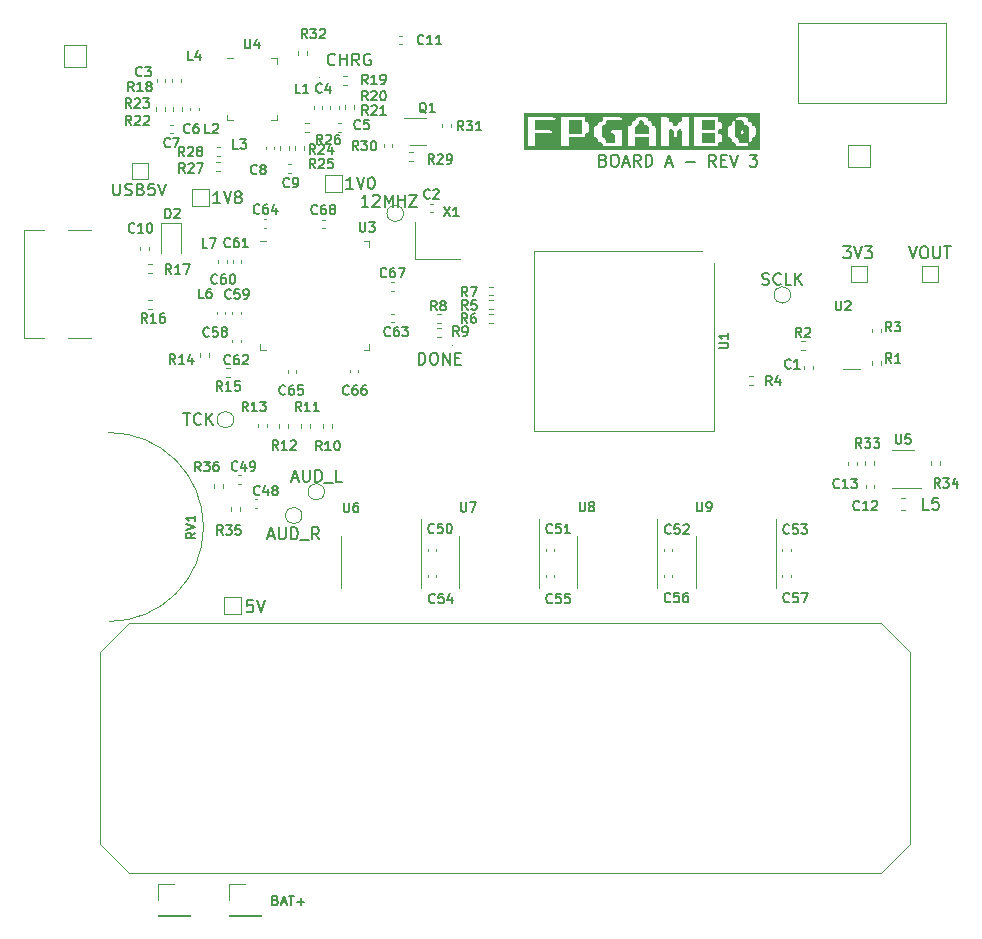
<source format=gto>
G04 #@! TF.GenerationSoftware,KiCad,Pcbnew,(5.1.10-1-10_14)*
G04 #@! TF.CreationDate,2021-07-09T16:39:03+02:00*
G04 #@! TF.ProjectId,gb-fpga,67622d66-7067-4612-9e6b-696361645f70,rev?*
G04 #@! TF.SameCoordinates,Original*
G04 #@! TF.FileFunction,Legend,Top*
G04 #@! TF.FilePolarity,Positive*
%FSLAX46Y46*%
G04 Gerber Fmt 4.6, Leading zero omitted, Abs format (unit mm)*
G04 Created by KiCad (PCBNEW (5.1.10-1-10_14)) date 2021-07-09 16:39:03*
%MOMM*%
%LPD*%
G01*
G04 APERTURE LIST*
%ADD10C,0.150000*%
%ADD11C,0.010000*%
%ADD12C,0.120000*%
%ADD13C,0.100000*%
G04 APERTURE END LIST*
D10*
X27180952Y63227619D02*
X26609523Y63227619D01*
X26895238Y63227619D02*
X26895238Y64227619D01*
X26800000Y64084761D01*
X26704761Y63989523D01*
X26609523Y63941904D01*
X27466666Y64227619D02*
X27800000Y63227619D01*
X28133333Y64227619D01*
X28657142Y64227619D02*
X28752380Y64227619D01*
X28847619Y64180000D01*
X28895238Y64132380D01*
X28942857Y64037142D01*
X28990476Y63846666D01*
X28990476Y63608571D01*
X28942857Y63418095D01*
X28895238Y63322857D01*
X28847619Y63275238D01*
X28752380Y63227619D01*
X28657142Y63227619D01*
X28561904Y63275238D01*
X28514285Y63322857D01*
X28466666Y63418095D01*
X28419047Y63608571D01*
X28419047Y63846666D01*
X28466666Y64037142D01*
X28514285Y64132380D01*
X28561904Y64180000D01*
X28657142Y64227619D01*
X61809523Y55155238D02*
X61952380Y55107619D01*
X62190476Y55107619D01*
X62285714Y55155238D01*
X62333333Y55202857D01*
X62380952Y55298095D01*
X62380952Y55393333D01*
X62333333Y55488571D01*
X62285714Y55536190D01*
X62190476Y55583809D01*
X62000000Y55631428D01*
X61904761Y55679047D01*
X61857142Y55726666D01*
X61809523Y55821904D01*
X61809523Y55917142D01*
X61857142Y56012380D01*
X61904761Y56060000D01*
X62000000Y56107619D01*
X62238095Y56107619D01*
X62380952Y56060000D01*
X63380952Y55202857D02*
X63333333Y55155238D01*
X63190476Y55107619D01*
X63095238Y55107619D01*
X62952380Y55155238D01*
X62857142Y55250476D01*
X62809523Y55345714D01*
X62761904Y55536190D01*
X62761904Y55679047D01*
X62809523Y55869523D01*
X62857142Y55964761D01*
X62952380Y56060000D01*
X63095238Y56107619D01*
X63190476Y56107619D01*
X63333333Y56060000D01*
X63380952Y56012380D01*
X64285714Y55107619D02*
X63809523Y55107619D01*
X63809523Y56107619D01*
X64619047Y55107619D02*
X64619047Y56107619D01*
X65190476Y55107619D02*
X64761904Y55679047D01*
X65190476Y56107619D02*
X64619047Y55536190D01*
X6853333Y63667619D02*
X6853333Y62858095D01*
X6900952Y62762857D01*
X6948571Y62715238D01*
X7043809Y62667619D01*
X7234285Y62667619D01*
X7329523Y62715238D01*
X7377142Y62762857D01*
X7424761Y62858095D01*
X7424761Y63667619D01*
X7853333Y62715238D02*
X7996190Y62667619D01*
X8234285Y62667619D01*
X8329523Y62715238D01*
X8377142Y62762857D01*
X8424761Y62858095D01*
X8424761Y62953333D01*
X8377142Y63048571D01*
X8329523Y63096190D01*
X8234285Y63143809D01*
X8043809Y63191428D01*
X7948571Y63239047D01*
X7900952Y63286666D01*
X7853333Y63381904D01*
X7853333Y63477142D01*
X7900952Y63572380D01*
X7948571Y63620000D01*
X8043809Y63667619D01*
X8281904Y63667619D01*
X8424761Y63620000D01*
X9186666Y63191428D02*
X9329523Y63143809D01*
X9377142Y63096190D01*
X9424761Y63000952D01*
X9424761Y62858095D01*
X9377142Y62762857D01*
X9329523Y62715238D01*
X9234285Y62667619D01*
X8853333Y62667619D01*
X8853333Y63667619D01*
X9186666Y63667619D01*
X9281904Y63620000D01*
X9329523Y63572380D01*
X9377142Y63477142D01*
X9377142Y63381904D01*
X9329523Y63286666D01*
X9281904Y63239047D01*
X9186666Y63191428D01*
X8853333Y63191428D01*
X10329523Y63667619D02*
X9853333Y63667619D01*
X9805714Y63191428D01*
X9853333Y63239047D01*
X9948571Y63286666D01*
X10186666Y63286666D01*
X10281904Y63239047D01*
X10329523Y63191428D01*
X10377142Y63096190D01*
X10377142Y62858095D01*
X10329523Y62762857D01*
X10281904Y62715238D01*
X10186666Y62667619D01*
X9948571Y62667619D01*
X9853333Y62715238D01*
X9805714Y62762857D01*
X10662857Y63667619D02*
X10996190Y62667619D01*
X11329523Y63667619D01*
X74238095Y58347619D02*
X74571428Y57347619D01*
X74904761Y58347619D01*
X75428571Y58347619D02*
X75619047Y58347619D01*
X75714285Y58300000D01*
X75809523Y58204761D01*
X75857142Y58014285D01*
X75857142Y57680952D01*
X75809523Y57490476D01*
X75714285Y57395238D01*
X75619047Y57347619D01*
X75428571Y57347619D01*
X75333333Y57395238D01*
X75238095Y57490476D01*
X75190476Y57680952D01*
X75190476Y58014285D01*
X75238095Y58204761D01*
X75333333Y58300000D01*
X75428571Y58347619D01*
X76285714Y58347619D02*
X76285714Y57538095D01*
X76333333Y57442857D01*
X76380952Y57395238D01*
X76476190Y57347619D01*
X76666666Y57347619D01*
X76761904Y57395238D01*
X76809523Y57442857D01*
X76857142Y57538095D01*
X76857142Y58347619D01*
X77190476Y58347619D02*
X77761904Y58347619D01*
X77476190Y57347619D02*
X77476190Y58347619D01*
X18669523Y28387619D02*
X18193333Y28387619D01*
X18145714Y27911428D01*
X18193333Y27959047D01*
X18288571Y28006666D01*
X18526666Y28006666D01*
X18621904Y27959047D01*
X18669523Y27911428D01*
X18717142Y27816190D01*
X18717142Y27578095D01*
X18669523Y27482857D01*
X18621904Y27435238D01*
X18526666Y27387619D01*
X18288571Y27387619D01*
X18193333Y27435238D01*
X18145714Y27482857D01*
X19002857Y28387619D02*
X19336190Y27387619D01*
X19669523Y28387619D01*
X68681904Y58347619D02*
X69300952Y58347619D01*
X68967619Y57966666D01*
X69110476Y57966666D01*
X69205714Y57919047D01*
X69253333Y57871428D01*
X69300952Y57776190D01*
X69300952Y57538095D01*
X69253333Y57442857D01*
X69205714Y57395238D01*
X69110476Y57347619D01*
X68824761Y57347619D01*
X68729523Y57395238D01*
X68681904Y57442857D01*
X69586666Y58347619D02*
X69920000Y57347619D01*
X70253333Y58347619D01*
X70491428Y58347619D02*
X71110476Y58347619D01*
X70777142Y57966666D01*
X70920000Y57966666D01*
X71015238Y57919047D01*
X71062857Y57871428D01*
X71110476Y57776190D01*
X71110476Y57538095D01*
X71062857Y57442857D01*
X71015238Y57395238D01*
X70920000Y57347619D01*
X70634285Y57347619D01*
X70539047Y57395238D01*
X70491428Y57442857D01*
X15920952Y62007619D02*
X15349523Y62007619D01*
X15635238Y62007619D02*
X15635238Y63007619D01*
X15540000Y62864761D01*
X15444761Y62769523D01*
X15349523Y62721904D01*
X16206666Y63007619D02*
X16540000Y62007619D01*
X16873333Y63007619D01*
X17349523Y62579047D02*
X17254285Y62626666D01*
X17206666Y62674285D01*
X17159047Y62769523D01*
X17159047Y62817142D01*
X17206666Y62912380D01*
X17254285Y62960000D01*
X17349523Y63007619D01*
X17540000Y63007619D01*
X17635238Y62960000D01*
X17682857Y62912380D01*
X17730476Y62817142D01*
X17730476Y62769523D01*
X17682857Y62674285D01*
X17635238Y62626666D01*
X17540000Y62579047D01*
X17349523Y62579047D01*
X17254285Y62531428D01*
X17206666Y62483809D01*
X17159047Y62388571D01*
X17159047Y62198095D01*
X17206666Y62102857D01*
X17254285Y62055238D01*
X17349523Y62007619D01*
X17540000Y62007619D01*
X17635238Y62055238D01*
X17682857Y62102857D01*
X17730476Y62198095D01*
X17730476Y62388571D01*
X17682857Y62483809D01*
X17635238Y62531428D01*
X17540000Y62579047D01*
X28458095Y61727619D02*
X27886666Y61727619D01*
X28172380Y61727619D02*
X28172380Y62727619D01*
X28077142Y62584761D01*
X27981904Y62489523D01*
X27886666Y62441904D01*
X28839047Y62632380D02*
X28886666Y62680000D01*
X28981904Y62727619D01*
X29220000Y62727619D01*
X29315238Y62680000D01*
X29362857Y62632380D01*
X29410476Y62537142D01*
X29410476Y62441904D01*
X29362857Y62299047D01*
X28791428Y61727619D01*
X29410476Y61727619D01*
X29839047Y61727619D02*
X29839047Y62727619D01*
X30172380Y62013333D01*
X30505714Y62727619D01*
X30505714Y61727619D01*
X30981904Y61727619D02*
X30981904Y62727619D01*
X30981904Y62251428D02*
X31553333Y62251428D01*
X31553333Y61727619D02*
X31553333Y62727619D01*
X31934285Y62727619D02*
X32600952Y62727619D01*
X31934285Y61727619D01*
X32600952Y61727619D01*
X12804285Y44237619D02*
X13375714Y44237619D01*
X13090000Y43237619D02*
X13090000Y44237619D01*
X14280476Y43332857D02*
X14232857Y43285238D01*
X14090000Y43237619D01*
X13994761Y43237619D01*
X13851904Y43285238D01*
X13756666Y43380476D01*
X13709047Y43475714D01*
X13661428Y43666190D01*
X13661428Y43809047D01*
X13709047Y43999523D01*
X13756666Y44094761D01*
X13851904Y44190000D01*
X13994761Y44237619D01*
X14090000Y44237619D01*
X14232857Y44190000D01*
X14280476Y44142380D01*
X14709047Y43237619D02*
X14709047Y44237619D01*
X15280476Y43237619D02*
X14851904Y43809047D01*
X15280476Y44237619D02*
X14709047Y43666190D01*
X22022380Y38723333D02*
X22498571Y38723333D01*
X21927142Y38437619D02*
X22260476Y39437619D01*
X22593809Y38437619D01*
X22927142Y39437619D02*
X22927142Y38628095D01*
X22974761Y38532857D01*
X23022380Y38485238D01*
X23117619Y38437619D01*
X23308095Y38437619D01*
X23403333Y38485238D01*
X23450952Y38532857D01*
X23498571Y38628095D01*
X23498571Y39437619D01*
X23974761Y38437619D02*
X23974761Y39437619D01*
X24212857Y39437619D01*
X24355714Y39390000D01*
X24450952Y39294761D01*
X24498571Y39199523D01*
X24546190Y39009047D01*
X24546190Y38866190D01*
X24498571Y38675714D01*
X24450952Y38580476D01*
X24355714Y38485238D01*
X24212857Y38437619D01*
X23974761Y38437619D01*
X24736666Y38342380D02*
X25498571Y38342380D01*
X26212857Y38437619D02*
X25736666Y38437619D01*
X25736666Y39437619D01*
X19977142Y33843333D02*
X20453333Y33843333D01*
X19881904Y33557619D02*
X20215238Y34557619D01*
X20548571Y33557619D01*
X20881904Y34557619D02*
X20881904Y33748095D01*
X20929523Y33652857D01*
X20977142Y33605238D01*
X21072380Y33557619D01*
X21262857Y33557619D01*
X21358095Y33605238D01*
X21405714Y33652857D01*
X21453333Y33748095D01*
X21453333Y34557619D01*
X21929523Y33557619D02*
X21929523Y34557619D01*
X22167619Y34557619D01*
X22310476Y34510000D01*
X22405714Y34414761D01*
X22453333Y34319523D01*
X22500952Y34129047D01*
X22500952Y33986190D01*
X22453333Y33795714D01*
X22405714Y33700476D01*
X22310476Y33605238D01*
X22167619Y33557619D01*
X21929523Y33557619D01*
X22691428Y33462380D02*
X23453333Y33462380D01*
X24262857Y33557619D02*
X23929523Y34033809D01*
X23691428Y33557619D02*
X23691428Y34557619D01*
X24072380Y34557619D01*
X24167619Y34510000D01*
X24215238Y34462380D01*
X24262857Y34367142D01*
X24262857Y34224285D01*
X24215238Y34129047D01*
X24167619Y34081428D01*
X24072380Y34033809D01*
X23691428Y34033809D01*
X48362023Y65641428D02*
X48504880Y65593809D01*
X48552500Y65546190D01*
X48600119Y65450952D01*
X48600119Y65308095D01*
X48552500Y65212857D01*
X48504880Y65165238D01*
X48409642Y65117619D01*
X48028690Y65117619D01*
X48028690Y66117619D01*
X48362023Y66117619D01*
X48457261Y66070000D01*
X48504880Y66022380D01*
X48552500Y65927142D01*
X48552500Y65831904D01*
X48504880Y65736666D01*
X48457261Y65689047D01*
X48362023Y65641428D01*
X48028690Y65641428D01*
X49219166Y66117619D02*
X49409642Y66117619D01*
X49504880Y66070000D01*
X49600119Y65974761D01*
X49647738Y65784285D01*
X49647738Y65450952D01*
X49600119Y65260476D01*
X49504880Y65165238D01*
X49409642Y65117619D01*
X49219166Y65117619D01*
X49123928Y65165238D01*
X49028690Y65260476D01*
X48981071Y65450952D01*
X48981071Y65784285D01*
X49028690Y65974761D01*
X49123928Y66070000D01*
X49219166Y66117619D01*
X50028690Y65403333D02*
X50504880Y65403333D01*
X49933452Y65117619D02*
X50266785Y66117619D01*
X50600119Y65117619D01*
X51504880Y65117619D02*
X51171547Y65593809D01*
X50933452Y65117619D02*
X50933452Y66117619D01*
X51314404Y66117619D01*
X51409642Y66070000D01*
X51457261Y66022380D01*
X51504880Y65927142D01*
X51504880Y65784285D01*
X51457261Y65689047D01*
X51409642Y65641428D01*
X51314404Y65593809D01*
X50933452Y65593809D01*
X51933452Y65117619D02*
X51933452Y66117619D01*
X52171547Y66117619D01*
X52314404Y66070000D01*
X52409642Y65974761D01*
X52457261Y65879523D01*
X52504880Y65689047D01*
X52504880Y65546190D01*
X52457261Y65355714D01*
X52409642Y65260476D01*
X52314404Y65165238D01*
X52171547Y65117619D01*
X51933452Y65117619D01*
X53647738Y65403333D02*
X54123928Y65403333D01*
X53552500Y65117619D02*
X53885833Y66117619D01*
X54219166Y65117619D01*
X55314404Y65498571D02*
X56076309Y65498571D01*
X57885833Y65117619D02*
X57552500Y65593809D01*
X57314404Y65117619D02*
X57314404Y66117619D01*
X57695357Y66117619D01*
X57790595Y66070000D01*
X57838214Y66022380D01*
X57885833Y65927142D01*
X57885833Y65784285D01*
X57838214Y65689047D01*
X57790595Y65641428D01*
X57695357Y65593809D01*
X57314404Y65593809D01*
X58314404Y65641428D02*
X58647738Y65641428D01*
X58790595Y65117619D02*
X58314404Y65117619D01*
X58314404Y66117619D01*
X58790595Y66117619D01*
X59076309Y66117619D02*
X59409642Y65117619D01*
X59742976Y66117619D01*
X60742976Y66117619D02*
X61362023Y66117619D01*
X61028690Y65736666D01*
X61171547Y65736666D01*
X61266785Y65689047D01*
X61314404Y65641428D01*
X61362023Y65546190D01*
X61362023Y65308095D01*
X61314404Y65212857D01*
X61266785Y65165238D01*
X61171547Y65117619D01*
X60885833Y65117619D01*
X60790595Y65165238D01*
X60742976Y65212857D01*
X32725595Y48347619D02*
X32725595Y49347619D01*
X32963690Y49347619D01*
X33106547Y49300000D01*
X33201785Y49204761D01*
X33249404Y49109523D01*
X33297023Y48919047D01*
X33297023Y48776190D01*
X33249404Y48585714D01*
X33201785Y48490476D01*
X33106547Y48395238D01*
X32963690Y48347619D01*
X32725595Y48347619D01*
X33916071Y49347619D02*
X34106547Y49347619D01*
X34201785Y49300000D01*
X34297023Y49204761D01*
X34344642Y49014285D01*
X34344642Y48680952D01*
X34297023Y48490476D01*
X34201785Y48395238D01*
X34106547Y48347619D01*
X33916071Y48347619D01*
X33820833Y48395238D01*
X33725595Y48490476D01*
X33677976Y48680952D01*
X33677976Y49014285D01*
X33725595Y49204761D01*
X33820833Y49300000D01*
X33916071Y49347619D01*
X34773214Y48347619D02*
X34773214Y49347619D01*
X35344642Y48347619D01*
X35344642Y49347619D01*
X35820833Y48871428D02*
X36154166Y48871428D01*
X36297023Y48347619D02*
X35820833Y48347619D01*
X35820833Y49347619D01*
X36297023Y49347619D01*
X25637023Y73772857D02*
X25589404Y73725238D01*
X25446547Y73677619D01*
X25351309Y73677619D01*
X25208452Y73725238D01*
X25113214Y73820476D01*
X25065595Y73915714D01*
X25017976Y74106190D01*
X25017976Y74249047D01*
X25065595Y74439523D01*
X25113214Y74534761D01*
X25208452Y74630000D01*
X25351309Y74677619D01*
X25446547Y74677619D01*
X25589404Y74630000D01*
X25637023Y74582380D01*
X26065595Y73677619D02*
X26065595Y74677619D01*
X26065595Y74201428D02*
X26637023Y74201428D01*
X26637023Y73677619D02*
X26637023Y74677619D01*
X27684642Y73677619D02*
X27351309Y74153809D01*
X27113214Y73677619D02*
X27113214Y74677619D01*
X27494166Y74677619D01*
X27589404Y74630000D01*
X27637023Y74582380D01*
X27684642Y74487142D01*
X27684642Y74344285D01*
X27637023Y74249047D01*
X27589404Y74201428D01*
X27494166Y74153809D01*
X27113214Y74153809D01*
X28637023Y74630000D02*
X28541785Y74677619D01*
X28398928Y74677619D01*
X28256071Y74630000D01*
X28160833Y74534761D01*
X28113214Y74439523D01*
X28065595Y74249047D01*
X28065595Y74106190D01*
X28113214Y73915714D01*
X28160833Y73820476D01*
X28256071Y73725238D01*
X28398928Y73677619D01*
X28494166Y73677619D01*
X28637023Y73725238D01*
X28684642Y73772857D01*
X28684642Y74106190D01*
X28494166Y74106190D01*
X20604642Y2997142D02*
X20718928Y2959047D01*
X20757023Y2920952D01*
X20795119Y2844761D01*
X20795119Y2730476D01*
X20757023Y2654285D01*
X20718928Y2616190D01*
X20642738Y2578095D01*
X20337976Y2578095D01*
X20337976Y3378095D01*
X20604642Y3378095D01*
X20680833Y3340000D01*
X20718928Y3301904D01*
X20757023Y3225714D01*
X20757023Y3149523D01*
X20718928Y3073333D01*
X20680833Y3035238D01*
X20604642Y2997142D01*
X20337976Y2997142D01*
X21099880Y2806666D02*
X21480833Y2806666D01*
X21023690Y2578095D02*
X21290357Y3378095D01*
X21557023Y2578095D01*
X21709404Y3378095D02*
X22166547Y3378095D01*
X21937976Y2578095D02*
X21937976Y3378095D01*
X22433214Y2882857D02*
X23042738Y2882857D01*
X22737976Y2578095D02*
X22737976Y3187619D01*
D11*
G36*
X61510666Y66576000D02*
G01*
X41614000Y66576000D01*
X41614000Y69370000D01*
X41868000Y69370000D01*
X41868000Y66830000D01*
X42545333Y66830000D01*
X42545333Y67930667D01*
X43265000Y67930667D01*
X43614923Y67933818D01*
X43828663Y67948466D01*
X43939332Y67982400D01*
X43980039Y68043411D01*
X43984666Y68100000D01*
X43971274Y68182335D01*
X43909023Y68232627D01*
X43764803Y68258667D01*
X43505504Y68268245D01*
X43265000Y68269334D01*
X42545333Y68269334D01*
X42545333Y69031334D01*
X43434333Y69031334D01*
X43830927Y69033457D01*
X44088143Y69043628D01*
X44235917Y69067550D01*
X44304188Y69110924D01*
X44322893Y69179454D01*
X44323333Y69200667D01*
X44314783Y69266689D01*
X44272082Y69312882D01*
X44169652Y69342776D01*
X43981915Y69359898D01*
X43683293Y69367777D01*
X43248209Y69369939D01*
X43095666Y69370000D01*
X44662000Y69370000D01*
X44662000Y66830000D01*
X45424000Y66830000D01*
X45424000Y67592000D01*
X46101333Y67592000D01*
X46438809Y67595536D01*
X46641067Y67611818D01*
X46742168Y67649364D01*
X46776174Y67716688D01*
X46778666Y67761334D01*
X46838535Y67902838D01*
X46948000Y67930667D01*
X47042576Y67949203D01*
X47093680Y68030627D01*
X47101464Y68100000D01*
X47456000Y68100000D01*
X47462178Y67816272D01*
X47489319Y67662960D01*
X47550332Y67601340D01*
X47625333Y67592000D01*
X47758118Y67542392D01*
X47794666Y67380334D01*
X47829636Y67219212D01*
X47967326Y67169561D01*
X48006333Y67168667D01*
X48172314Y67128980D01*
X48218000Y66999334D01*
X48229620Y66922264D01*
X48284913Y66872927D01*
X48414529Y66845193D01*
X48649115Y66832932D01*
X49019322Y66830014D01*
X49064666Y66830000D01*
X49911333Y66830000D01*
X49911333Y67719000D01*
X50334666Y67719000D01*
X50334666Y66830000D01*
X51012000Y66830000D01*
X51012000Y67592000D01*
X52112666Y67592000D01*
X52112666Y66830000D01*
X52790000Y66830000D01*
X52790000Y67719000D01*
X52787876Y68115595D01*
X52777705Y68372810D01*
X52753784Y68520585D01*
X52710409Y68588855D01*
X52641879Y68607560D01*
X52620666Y68608000D01*
X52487881Y68657609D01*
X52451333Y68819667D01*
X52411646Y68985648D01*
X52282000Y69031334D01*
X52140495Y69091202D01*
X52112666Y69200667D01*
X52095514Y69292308D01*
X52019113Y69343399D01*
X51846046Y69365455D01*
X51562333Y69370000D01*
X53128666Y69370000D01*
X53128666Y66830000D01*
X53890666Y66830000D01*
X53890666Y67549667D01*
X53893817Y67899590D01*
X53908465Y68113331D01*
X53942399Y68224000D01*
X54003410Y68264706D01*
X54060000Y68269334D01*
X54170784Y68240934D01*
X54219746Y68126145D01*
X54229333Y67930667D01*
X54243533Y67709099D01*
X54300927Y67611175D01*
X54398666Y67592000D01*
X54509450Y67620401D01*
X54558412Y67735190D01*
X54568000Y67930667D01*
X54582200Y68152235D01*
X54639594Y68250160D01*
X54737333Y68269334D01*
X54819668Y68255941D01*
X54869960Y68193690D01*
X54895999Y68049471D01*
X54905577Y67790172D01*
X54906666Y67549667D01*
X54906666Y66830000D01*
X55584000Y66830000D01*
X55584000Y69370000D01*
X55922666Y69370000D01*
X55922666Y66830000D01*
X56981000Y66830000D01*
X57420210Y66831543D01*
X57717602Y66839104D01*
X57900684Y66857085D01*
X57996964Y66889887D01*
X58033950Y66941911D01*
X58039333Y66999334D01*
X58099201Y67140838D01*
X58208666Y67168667D01*
X58314486Y67193596D01*
X58364525Y67297109D01*
X58377935Y67522297D01*
X58378000Y67549667D01*
X58366920Y67787762D01*
X58320914Y67900350D01*
X58220831Y67930522D01*
X58208666Y67930667D01*
X58067162Y67990536D01*
X58039333Y68100000D01*
X58801333Y68100000D01*
X58807511Y67816272D01*
X58834653Y67662960D01*
X58895665Y67601340D01*
X58970666Y67592000D01*
X59103451Y67542392D01*
X59140000Y67380334D01*
X59179686Y67214353D01*
X59309333Y67168667D01*
X59450837Y67108799D01*
X59478666Y66999334D01*
X59495818Y66907693D01*
X59572220Y66856602D01*
X59745287Y66834546D01*
X60029000Y66830000D01*
X60326831Y66835278D01*
X60492879Y66858786D01*
X60564561Y66912038D01*
X60579333Y66999334D01*
X60639201Y67140838D01*
X60748666Y67168667D01*
X60881451Y67218276D01*
X60918000Y67380334D01*
X60957686Y67546315D01*
X61087333Y67592000D01*
X61181909Y67610536D01*
X61233013Y67691960D01*
X61253553Y67874998D01*
X61256666Y68100000D01*
X61250488Y68383729D01*
X61223346Y68537041D01*
X61162334Y68598661D01*
X61087333Y68608000D01*
X60945829Y68667869D01*
X60918000Y68777334D01*
X60858131Y68918838D01*
X60748666Y68946667D01*
X60615881Y68996276D01*
X60579333Y69158334D01*
X60569683Y69272117D01*
X60515228Y69335492D01*
X60377714Y69363175D01*
X60118882Y69369878D01*
X60029000Y69370000D01*
X59731168Y69364723D01*
X59565120Y69341215D01*
X59493438Y69287963D01*
X59478666Y69200667D01*
X59418798Y69059163D01*
X59309333Y69031334D01*
X59176548Y68981725D01*
X59140000Y68819667D01*
X59100313Y68653686D01*
X58970666Y68608000D01*
X58876090Y68589465D01*
X58824986Y68508041D01*
X58804446Y68325003D01*
X58801333Y68100000D01*
X58039333Y68100000D01*
X58099201Y68241505D01*
X58208666Y68269334D01*
X58319450Y68297734D01*
X58368412Y68412523D01*
X58378000Y68608000D01*
X58363799Y68829569D01*
X58306405Y68927493D01*
X58208666Y68946667D01*
X58075881Y68996276D01*
X58039333Y69158334D01*
X58039333Y69370000D01*
X55922666Y69370000D01*
X55584000Y69370000D01*
X55245333Y69370000D01*
X55027136Y69358447D01*
X54930155Y69303954D01*
X54906787Y69176767D01*
X54906666Y69158334D01*
X54866979Y68992353D01*
X54737333Y68946667D01*
X54595829Y68886799D01*
X54568000Y68777334D01*
X54508131Y68635830D01*
X54398666Y68608000D01*
X54257162Y68667869D01*
X54229333Y68777334D01*
X54169464Y68918838D01*
X54060000Y68946667D01*
X53927215Y68996276D01*
X53890666Y69158334D01*
X53874875Y69288949D01*
X53797253Y69350833D01*
X53612430Y69369192D01*
X53509666Y69370000D01*
X53128666Y69370000D01*
X51562333Y69370000D01*
X51264501Y69364723D01*
X51098453Y69341215D01*
X51026771Y69287963D01*
X51012000Y69200667D01*
X50952131Y69059163D01*
X50842666Y69031334D01*
X50709881Y68981725D01*
X50673333Y68819667D01*
X50633646Y68653686D01*
X50504000Y68608000D01*
X50428458Y68596854D01*
X50379464Y68543455D01*
X50351317Y68417867D01*
X50338313Y68190151D01*
X50334750Y67830370D01*
X50334666Y67719000D01*
X49911333Y67719000D01*
X49911333Y68269334D01*
X49403333Y68269334D01*
X49119605Y68263155D01*
X48966293Y68236014D01*
X48904672Y68175001D01*
X48895333Y68100000D01*
X48955201Y67958496D01*
X49064666Y67930667D01*
X49170486Y67905738D01*
X49220525Y67802225D01*
X49233935Y67577038D01*
X49234000Y67549667D01*
X49234000Y67168667D01*
X48895333Y67168667D01*
X48677136Y67180220D01*
X48580155Y67234714D01*
X48556787Y67361901D01*
X48556666Y67380334D01*
X48516979Y67546315D01*
X48387333Y67592000D01*
X48292757Y67610536D01*
X48241653Y67691960D01*
X48221113Y67874998D01*
X48218000Y68100000D01*
X48224178Y68383729D01*
X48251319Y68537041D01*
X48312332Y68598661D01*
X48387333Y68608000D01*
X48520118Y68657609D01*
X48556666Y68819667D01*
X48563884Y68924645D01*
X48608571Y68987504D01*
X48725275Y69019040D01*
X48948545Y69030049D01*
X49234000Y69031334D01*
X49571476Y69034869D01*
X49773734Y69051152D01*
X49874835Y69088697D01*
X49908840Y69156021D01*
X49911333Y69200667D01*
X49899713Y69277737D01*
X49844419Y69327074D01*
X49714804Y69354808D01*
X49480217Y69367069D01*
X49110010Y69369987D01*
X49064666Y69370000D01*
X48218000Y69370000D01*
X48218000Y69158334D01*
X48183030Y68997212D01*
X48045340Y68947561D01*
X48006333Y68946667D01*
X47840352Y68906980D01*
X47794666Y68777334D01*
X47734798Y68635830D01*
X47625333Y68608000D01*
X47530757Y68589465D01*
X47479653Y68508041D01*
X47459113Y68325003D01*
X47456000Y68100000D01*
X47101464Y68100000D01*
X47114220Y68213665D01*
X47117333Y68438667D01*
X47111154Y68722395D01*
X47084013Y68875707D01*
X47023000Y68937328D01*
X46948000Y68946667D01*
X46815215Y68996276D01*
X46778666Y69158334D01*
X46778666Y69370000D01*
X44662000Y69370000D01*
X43095666Y69370000D01*
X41868000Y69370000D01*
X41614000Y69370000D01*
X41614000Y69624000D01*
X61510666Y69624000D01*
X61510666Y66576000D01*
G37*
X61510666Y66576000D02*
X41614000Y66576000D01*
X41614000Y69370000D01*
X41868000Y69370000D01*
X41868000Y66830000D01*
X42545333Y66830000D01*
X42545333Y67930667D01*
X43265000Y67930667D01*
X43614923Y67933818D01*
X43828663Y67948466D01*
X43939332Y67982400D01*
X43980039Y68043411D01*
X43984666Y68100000D01*
X43971274Y68182335D01*
X43909023Y68232627D01*
X43764803Y68258667D01*
X43505504Y68268245D01*
X43265000Y68269334D01*
X42545333Y68269334D01*
X42545333Y69031334D01*
X43434333Y69031334D01*
X43830927Y69033457D01*
X44088143Y69043628D01*
X44235917Y69067550D01*
X44304188Y69110924D01*
X44322893Y69179454D01*
X44323333Y69200667D01*
X44314783Y69266689D01*
X44272082Y69312882D01*
X44169652Y69342776D01*
X43981915Y69359898D01*
X43683293Y69367777D01*
X43248209Y69369939D01*
X43095666Y69370000D01*
X44662000Y69370000D01*
X44662000Y66830000D01*
X45424000Y66830000D01*
X45424000Y67592000D01*
X46101333Y67592000D01*
X46438809Y67595536D01*
X46641067Y67611818D01*
X46742168Y67649364D01*
X46776174Y67716688D01*
X46778666Y67761334D01*
X46838535Y67902838D01*
X46948000Y67930667D01*
X47042576Y67949203D01*
X47093680Y68030627D01*
X47101464Y68100000D01*
X47456000Y68100000D01*
X47462178Y67816272D01*
X47489319Y67662960D01*
X47550332Y67601340D01*
X47625333Y67592000D01*
X47758118Y67542392D01*
X47794666Y67380334D01*
X47829636Y67219212D01*
X47967326Y67169561D01*
X48006333Y67168667D01*
X48172314Y67128980D01*
X48218000Y66999334D01*
X48229620Y66922264D01*
X48284913Y66872927D01*
X48414529Y66845193D01*
X48649115Y66832932D01*
X49019322Y66830014D01*
X49064666Y66830000D01*
X49911333Y66830000D01*
X49911333Y67719000D01*
X50334666Y67719000D01*
X50334666Y66830000D01*
X51012000Y66830000D01*
X51012000Y67592000D01*
X52112666Y67592000D01*
X52112666Y66830000D01*
X52790000Y66830000D01*
X52790000Y67719000D01*
X52787876Y68115595D01*
X52777705Y68372810D01*
X52753784Y68520585D01*
X52710409Y68588855D01*
X52641879Y68607560D01*
X52620666Y68608000D01*
X52487881Y68657609D01*
X52451333Y68819667D01*
X52411646Y68985648D01*
X52282000Y69031334D01*
X52140495Y69091202D01*
X52112666Y69200667D01*
X52095514Y69292308D01*
X52019113Y69343399D01*
X51846046Y69365455D01*
X51562333Y69370000D01*
X53128666Y69370000D01*
X53128666Y66830000D01*
X53890666Y66830000D01*
X53890666Y67549667D01*
X53893817Y67899590D01*
X53908465Y68113331D01*
X53942399Y68224000D01*
X54003410Y68264706D01*
X54060000Y68269334D01*
X54170784Y68240934D01*
X54219746Y68126145D01*
X54229333Y67930667D01*
X54243533Y67709099D01*
X54300927Y67611175D01*
X54398666Y67592000D01*
X54509450Y67620401D01*
X54558412Y67735190D01*
X54568000Y67930667D01*
X54582200Y68152235D01*
X54639594Y68250160D01*
X54737333Y68269334D01*
X54819668Y68255941D01*
X54869960Y68193690D01*
X54895999Y68049471D01*
X54905577Y67790172D01*
X54906666Y67549667D01*
X54906666Y66830000D01*
X55584000Y66830000D01*
X55584000Y69370000D01*
X55922666Y69370000D01*
X55922666Y66830000D01*
X56981000Y66830000D01*
X57420210Y66831543D01*
X57717602Y66839104D01*
X57900684Y66857085D01*
X57996964Y66889887D01*
X58033950Y66941911D01*
X58039333Y66999334D01*
X58099201Y67140838D01*
X58208666Y67168667D01*
X58314486Y67193596D01*
X58364525Y67297109D01*
X58377935Y67522297D01*
X58378000Y67549667D01*
X58366920Y67787762D01*
X58320914Y67900350D01*
X58220831Y67930522D01*
X58208666Y67930667D01*
X58067162Y67990536D01*
X58039333Y68100000D01*
X58801333Y68100000D01*
X58807511Y67816272D01*
X58834653Y67662960D01*
X58895665Y67601340D01*
X58970666Y67592000D01*
X59103451Y67542392D01*
X59140000Y67380334D01*
X59179686Y67214353D01*
X59309333Y67168667D01*
X59450837Y67108799D01*
X59478666Y66999334D01*
X59495818Y66907693D01*
X59572220Y66856602D01*
X59745287Y66834546D01*
X60029000Y66830000D01*
X60326831Y66835278D01*
X60492879Y66858786D01*
X60564561Y66912038D01*
X60579333Y66999334D01*
X60639201Y67140838D01*
X60748666Y67168667D01*
X60881451Y67218276D01*
X60918000Y67380334D01*
X60957686Y67546315D01*
X61087333Y67592000D01*
X61181909Y67610536D01*
X61233013Y67691960D01*
X61253553Y67874998D01*
X61256666Y68100000D01*
X61250488Y68383729D01*
X61223346Y68537041D01*
X61162334Y68598661D01*
X61087333Y68608000D01*
X60945829Y68667869D01*
X60918000Y68777334D01*
X60858131Y68918838D01*
X60748666Y68946667D01*
X60615881Y68996276D01*
X60579333Y69158334D01*
X60569683Y69272117D01*
X60515228Y69335492D01*
X60377714Y69363175D01*
X60118882Y69369878D01*
X60029000Y69370000D01*
X59731168Y69364723D01*
X59565120Y69341215D01*
X59493438Y69287963D01*
X59478666Y69200667D01*
X59418798Y69059163D01*
X59309333Y69031334D01*
X59176548Y68981725D01*
X59140000Y68819667D01*
X59100313Y68653686D01*
X58970666Y68608000D01*
X58876090Y68589465D01*
X58824986Y68508041D01*
X58804446Y68325003D01*
X58801333Y68100000D01*
X58039333Y68100000D01*
X58099201Y68241505D01*
X58208666Y68269334D01*
X58319450Y68297734D01*
X58368412Y68412523D01*
X58378000Y68608000D01*
X58363799Y68829569D01*
X58306405Y68927493D01*
X58208666Y68946667D01*
X58075881Y68996276D01*
X58039333Y69158334D01*
X58039333Y69370000D01*
X55922666Y69370000D01*
X55584000Y69370000D01*
X55245333Y69370000D01*
X55027136Y69358447D01*
X54930155Y69303954D01*
X54906787Y69176767D01*
X54906666Y69158334D01*
X54866979Y68992353D01*
X54737333Y68946667D01*
X54595829Y68886799D01*
X54568000Y68777334D01*
X54508131Y68635830D01*
X54398666Y68608000D01*
X54257162Y68667869D01*
X54229333Y68777334D01*
X54169464Y68918838D01*
X54060000Y68946667D01*
X53927215Y68996276D01*
X53890666Y69158334D01*
X53874875Y69288949D01*
X53797253Y69350833D01*
X53612430Y69369192D01*
X53509666Y69370000D01*
X53128666Y69370000D01*
X51562333Y69370000D01*
X51264501Y69364723D01*
X51098453Y69341215D01*
X51026771Y69287963D01*
X51012000Y69200667D01*
X50952131Y69059163D01*
X50842666Y69031334D01*
X50709881Y68981725D01*
X50673333Y68819667D01*
X50633646Y68653686D01*
X50504000Y68608000D01*
X50428458Y68596854D01*
X50379464Y68543455D01*
X50351317Y68417867D01*
X50338313Y68190151D01*
X50334750Y67830370D01*
X50334666Y67719000D01*
X49911333Y67719000D01*
X49911333Y68269334D01*
X49403333Y68269334D01*
X49119605Y68263155D01*
X48966293Y68236014D01*
X48904672Y68175001D01*
X48895333Y68100000D01*
X48955201Y67958496D01*
X49064666Y67930667D01*
X49170486Y67905738D01*
X49220525Y67802225D01*
X49233935Y67577038D01*
X49234000Y67549667D01*
X49234000Y67168667D01*
X48895333Y67168667D01*
X48677136Y67180220D01*
X48580155Y67234714D01*
X48556787Y67361901D01*
X48556666Y67380334D01*
X48516979Y67546315D01*
X48387333Y67592000D01*
X48292757Y67610536D01*
X48241653Y67691960D01*
X48221113Y67874998D01*
X48218000Y68100000D01*
X48224178Y68383729D01*
X48251319Y68537041D01*
X48312332Y68598661D01*
X48387333Y68608000D01*
X48520118Y68657609D01*
X48556666Y68819667D01*
X48563884Y68924645D01*
X48608571Y68987504D01*
X48725275Y69019040D01*
X48948545Y69030049D01*
X49234000Y69031334D01*
X49571476Y69034869D01*
X49773734Y69051152D01*
X49874835Y69088697D01*
X49908840Y69156021D01*
X49911333Y69200667D01*
X49899713Y69277737D01*
X49844419Y69327074D01*
X49714804Y69354808D01*
X49480217Y69367069D01*
X49110010Y69369987D01*
X49064666Y69370000D01*
X48218000Y69370000D01*
X48218000Y69158334D01*
X48183030Y68997212D01*
X48045340Y68947561D01*
X48006333Y68946667D01*
X47840352Y68906980D01*
X47794666Y68777334D01*
X47734798Y68635830D01*
X47625333Y68608000D01*
X47530757Y68589465D01*
X47479653Y68508041D01*
X47459113Y68325003D01*
X47456000Y68100000D01*
X47101464Y68100000D01*
X47114220Y68213665D01*
X47117333Y68438667D01*
X47111154Y68722395D01*
X47084013Y68875707D01*
X47023000Y68937328D01*
X46948000Y68946667D01*
X46815215Y68996276D01*
X46778666Y69158334D01*
X46778666Y69370000D01*
X44662000Y69370000D01*
X43095666Y69370000D01*
X41868000Y69370000D01*
X41614000Y69370000D01*
X41614000Y69624000D01*
X61510666Y69624000D01*
X61510666Y66576000D01*
G36*
X46440000Y67930667D02*
G01*
X45424000Y67930667D01*
X45424000Y69031334D01*
X46440000Y69031334D01*
X46440000Y67930667D01*
G37*
X46440000Y67930667D02*
X45424000Y67930667D01*
X45424000Y69031334D01*
X46440000Y69031334D01*
X46440000Y67930667D01*
G36*
X51652784Y68981725D02*
G01*
X51689333Y68819667D01*
X51724302Y68658545D01*
X51861993Y68608894D01*
X51901000Y68608000D01*
X52037373Y68589516D01*
X52097986Y68502325D01*
X52112591Y68298827D01*
X52112666Y68269334D01*
X52112666Y67930667D01*
X51012000Y67930667D01*
X51012000Y68269334D01*
X51026200Y68490902D01*
X51083594Y68588826D01*
X51181333Y68608000D01*
X51314118Y68657609D01*
X51350666Y68819667D01*
X51390353Y68985648D01*
X51520000Y69031334D01*
X51652784Y68981725D01*
G37*
X51652784Y68981725D02*
X51689333Y68819667D01*
X51724302Y68658545D01*
X51861993Y68608894D01*
X51901000Y68608000D01*
X52037373Y68589516D01*
X52097986Y68502325D01*
X52112591Y68298827D01*
X52112666Y68269334D01*
X52112666Y67930667D01*
X51012000Y67930667D01*
X51012000Y68269334D01*
X51026200Y68490902D01*
X51083594Y68588826D01*
X51181333Y68608000D01*
X51314118Y68657609D01*
X51350666Y68819667D01*
X51390353Y68985648D01*
X51520000Y69031334D01*
X51652784Y68981725D01*
G36*
X57700666Y67168667D02*
G01*
X56684666Y67168667D01*
X56684666Y67930667D01*
X57700666Y67930667D01*
X57700666Y67168667D01*
G37*
X57700666Y67168667D02*
X56684666Y67168667D01*
X56684666Y67930667D01*
X57700666Y67930667D01*
X57700666Y67168667D01*
G36*
X57700666Y68269334D02*
G01*
X56684666Y68269334D01*
X56684666Y69031334D01*
X57700666Y69031334D01*
X57700666Y68269334D01*
G37*
X57700666Y68269334D02*
X56684666Y68269334D01*
X56684666Y69031334D01*
X57700666Y69031334D01*
X57700666Y68269334D01*
G36*
X60035530Y69019781D02*
G01*
X60132511Y68965287D01*
X60155879Y68838100D01*
X60156000Y68819667D01*
X60190969Y68658545D01*
X60328659Y68608894D01*
X60367666Y68608000D01*
X60470165Y68601393D01*
X60532721Y68559220D01*
X60565194Y68447955D01*
X60577444Y68234075D01*
X60579333Y67888334D01*
X60579333Y67168667D01*
X60198333Y67168667D01*
X59963226Y67177440D01*
X59851834Y67220564D01*
X59818788Y67323243D01*
X59817333Y67380334D01*
X59777646Y67546315D01*
X59648000Y67592000D01*
X59565665Y67605393D01*
X59515373Y67667644D01*
X59489333Y67811864D01*
X59480254Y68057667D01*
X59902000Y68057667D01*
X59941686Y67891686D01*
X60071333Y67846000D01*
X60204118Y67895609D01*
X60240666Y68057667D01*
X60200979Y68223648D01*
X60071333Y68269334D01*
X59938548Y68219725D01*
X59902000Y68057667D01*
X59480254Y68057667D01*
X59479755Y68071163D01*
X59478666Y68311667D01*
X59478666Y69031334D01*
X59817333Y69031334D01*
X60035530Y69019781D01*
G37*
X60035530Y69019781D02*
X60132511Y68965287D01*
X60155879Y68838100D01*
X60156000Y68819667D01*
X60190969Y68658545D01*
X60328659Y68608894D01*
X60367666Y68608000D01*
X60470165Y68601393D01*
X60532721Y68559220D01*
X60565194Y68447955D01*
X60577444Y68234075D01*
X60579333Y67888334D01*
X60579333Y67168667D01*
X60198333Y67168667D01*
X59963226Y67177440D01*
X59851834Y67220564D01*
X59818788Y67323243D01*
X59817333Y67380334D01*
X59777646Y67546315D01*
X59648000Y67592000D01*
X59565665Y67605393D01*
X59515373Y67667644D01*
X59489333Y67811864D01*
X59480254Y68057667D01*
X59902000Y68057667D01*
X59941686Y67891686D01*
X60071333Y67846000D01*
X60204118Y67895609D01*
X60240666Y68057667D01*
X60200979Y68223648D01*
X60071333Y68269334D01*
X59938548Y68219725D01*
X59902000Y68057667D01*
X59480254Y68057667D01*
X59479755Y68071163D01*
X59478666Y68311667D01*
X59478666Y69031334D01*
X59817333Y69031334D01*
X60035530Y69019781D01*
D12*
X6500000Y42600000D02*
G75*
G02*
X6500000Y26600000I0J-8000000D01*
G01*
X64800000Y70500000D02*
X77400000Y70500000D01*
X64800000Y77300000D02*
X77400000Y77300000D01*
X77400000Y77300000D02*
X77400000Y70500000D01*
X64800000Y77300000D02*
X64800000Y70500000D01*
X70100000Y47990000D02*
X68610000Y47990000D01*
X8225000Y5300000D02*
X5725000Y7800000D01*
X74325000Y7800000D02*
X71825000Y5300000D01*
X71825000Y26500000D02*
X74325000Y24000000D01*
X5725000Y24000000D02*
X8225000Y26500000D01*
X71825000Y26500000D02*
X8225000Y26500000D01*
X74325000Y7800000D02*
X74325000Y24000000D01*
X5725000Y7800000D02*
X5725000Y24000000D01*
X40025000Y5300000D02*
X8225000Y5300000D01*
X40025000Y5300000D02*
X71825000Y5300000D01*
X57685000Y56960000D02*
X57685000Y42740000D01*
X57685000Y42740000D02*
X42465000Y42740000D01*
X42465000Y42740000D02*
X42465000Y57960000D01*
X42465000Y57960000D02*
X56685000Y57960000D01*
X28060000Y58805000D02*
X28535000Y58805000D01*
X28535000Y58805000D02*
X28535000Y58330000D01*
X19790000Y49585000D02*
X19315000Y49585000D01*
X19315000Y49585000D02*
X19315000Y50060000D01*
X28060000Y49585000D02*
X28535000Y49585000D01*
X28535000Y49585000D02*
X28535000Y50060000D01*
X19790000Y58805000D02*
X19315000Y58805000D01*
X4950000Y59780000D02*
X3030000Y59780000D01*
X3030000Y50620000D02*
X4950000Y50620000D01*
X1020000Y50620000D02*
X-685000Y50620000D01*
X-685000Y59780000D02*
X1020000Y59780000D01*
X-685000Y50620000D02*
X-685000Y59780000D01*
X32425000Y57280000D02*
X36225000Y57280000D01*
X32425000Y60430000D02*
X32425000Y57280000D01*
X16985001Y74264999D02*
X16510001Y74264999D01*
X20730001Y69044999D02*
X20730001Y69519999D01*
X20255001Y69044999D02*
X20730001Y69044999D01*
X16510001Y69044999D02*
X16510001Y69519999D01*
X16985001Y69044999D02*
X16510001Y69044999D01*
X20730001Y74264999D02*
X20730001Y73789999D01*
X20255001Y74264999D02*
X20730001Y74264999D01*
X12620000Y60350000D02*
X10920000Y60350000D01*
X10920000Y60350000D02*
X10920000Y57800000D01*
X12620000Y60350000D02*
X12620000Y57800000D01*
X16670000Y1670000D02*
X19330000Y1670000D01*
X16670000Y1730000D02*
X16670000Y1670000D01*
X19330000Y1730000D02*
X19330000Y1670000D01*
X16670000Y1730000D02*
X19330000Y1730000D01*
X16670000Y3000000D02*
X16670000Y4330000D01*
X16670000Y4330000D02*
X18000000Y4330000D01*
X10670000Y4330000D02*
X12000000Y4330000D01*
X10670000Y3000000D02*
X10670000Y4330000D01*
X10670000Y1730000D02*
X13330000Y1730000D01*
X13330000Y1730000D02*
X13330000Y1670000D01*
X10670000Y1730000D02*
X10670000Y1670000D01*
X10670000Y1670000D02*
X13330000Y1670000D01*
X33375000Y69235000D02*
X31475000Y69235000D01*
X31975000Y66915000D02*
X33375000Y66915000D01*
X65375000Y48232836D02*
X65375000Y48017164D01*
X66095000Y48232836D02*
X66095000Y48017164D01*
X33682164Y61960000D02*
X33897836Y61960000D01*
X33682164Y61240000D02*
X33897836Y61240000D01*
X11255000Y72497836D02*
X11255000Y72282164D01*
X10535000Y72497836D02*
X10535000Y72282164D01*
X24565000Y69992164D02*
X24565000Y70207836D01*
X23845000Y69992164D02*
X23845000Y70207836D01*
X25932164Y68785000D02*
X26147836Y68785000D01*
X25932164Y68065000D02*
X26147836Y68065000D01*
X14085000Y69867164D02*
X14085000Y70082836D01*
X13365000Y69867164D02*
X13365000Y70082836D01*
X11907836Y67915000D02*
X11692164Y67915000D01*
X11907836Y68635000D02*
X11692164Y68635000D01*
X19765000Y66577164D02*
X19765000Y66792836D01*
X20485000Y66577164D02*
X20485000Y66792836D01*
X21692164Y64600000D02*
X21907836Y64600000D01*
X21692164Y65320000D02*
X21907836Y65320000D01*
X9850000Y58082164D02*
X9850000Y58297836D01*
X9130000Y58082164D02*
X9130000Y58297836D01*
X31297836Y75470000D02*
X31082164Y75470000D01*
X31297836Y76190000D02*
X31082164Y76190000D01*
D13*
X35595000Y49990000D02*
G75*
G03*
X35595000Y49990000I-50000J0D01*
G01*
D12*
X71130000Y48653641D02*
X71130000Y48346359D01*
X71890000Y48653641D02*
X71890000Y48346359D01*
X65438641Y49570000D02*
X65131359Y49570000D01*
X65438641Y50330000D02*
X65131359Y50330000D01*
X71890000Y51071359D02*
X71890000Y51378641D01*
X71130000Y51071359D02*
X71130000Y51378641D01*
X60696359Y47380000D02*
X61003641Y47380000D01*
X60696359Y46620000D02*
X61003641Y46620000D01*
X38973641Y53790000D02*
X38666359Y53790000D01*
X38973641Y53030000D02*
X38666359Y53030000D01*
X38973641Y51910000D02*
X38666359Y51910000D01*
X38973641Y52670000D02*
X38666359Y52670000D01*
X38983641Y54960000D02*
X38676359Y54960000D01*
X38983641Y54200000D02*
X38676359Y54200000D01*
X34583641Y52620000D02*
X34276359Y52620000D01*
X34583641Y51860000D02*
X34276359Y51860000D01*
X34301359Y50710000D02*
X34608641Y50710000D01*
X34301359Y51470000D02*
X34608641Y51470000D01*
X25390000Y43016359D02*
X25390000Y43323641D01*
X24630000Y43016359D02*
X24630000Y43323641D01*
X22760000Y43016359D02*
X22760000Y43323641D01*
X23520000Y43016359D02*
X23520000Y43323641D01*
X21670000Y43006359D02*
X21670000Y43313641D01*
X20910000Y43006359D02*
X20910000Y43313641D01*
X19080000Y43026359D02*
X19080000Y43333641D01*
X19840000Y43026359D02*
X19840000Y43333641D01*
X14220000Y49323641D02*
X14220000Y49016359D01*
X14980000Y49323641D02*
X14980000Y49016359D01*
X16743641Y47280000D02*
X16436359Y47280000D01*
X16743641Y48040000D02*
X16436359Y48040000D01*
X9796359Y53820000D02*
X10103641Y53820000D01*
X9796359Y53060000D02*
X10103641Y53060000D01*
X9806359Y56070000D02*
X10113641Y56070000D01*
X9806359Y56830000D02*
X10113641Y56830000D01*
X11865000Y72543641D02*
X11865000Y72236359D01*
X12625000Y72543641D02*
X12625000Y72236359D01*
X26326359Y72010000D02*
X26633641Y72010000D01*
X26326359Y72770000D02*
X26633641Y72770000D01*
X25175000Y69971359D02*
X25175000Y70278641D01*
X25935000Y69971359D02*
X25935000Y70278641D01*
X27285000Y69996359D02*
X27285000Y70303641D01*
X26525000Y69996359D02*
X26525000Y70303641D01*
X11895000Y69821359D02*
X11895000Y70128641D01*
X12655000Y69821359D02*
X12655000Y70128641D01*
X11255000Y69846359D02*
X11255000Y70153641D01*
X10495000Y69846359D02*
X10495000Y70153641D01*
X20945000Y66531359D02*
X20945000Y66838641D01*
X21705000Y66531359D02*
X21705000Y66838641D01*
X22220000Y66531359D02*
X22220000Y66838641D01*
X22980000Y66531359D02*
X22980000Y66838641D01*
X23126359Y68030000D02*
X23433641Y68030000D01*
X23126359Y68790000D02*
X23433641Y68790000D01*
X15596359Y65475000D02*
X15903641Y65475000D01*
X15596359Y64715000D02*
X15903641Y64715000D01*
X15928641Y66015000D02*
X15621359Y66015000D01*
X15928641Y66775000D02*
X15621359Y66775000D01*
X31896359Y66355000D02*
X32203641Y66355000D01*
X31896359Y65595000D02*
X32203641Y65595000D01*
X30505000Y66746359D02*
X30505000Y67053641D01*
X29745000Y66746359D02*
X29745000Y67053641D01*
X35480000Y68743641D02*
X35480000Y68436359D01*
X34720000Y68743641D02*
X34720000Y68436359D01*
D13*
X24290000Y72660000D02*
G75*
G03*
X24290000Y72660000I-50000J0D01*
G01*
D12*
X23275000Y74883641D02*
X23275000Y74576359D01*
X22515000Y74883641D02*
X22515000Y74576359D01*
X70575000Y38147836D02*
X70575000Y37932164D01*
X71295000Y38147836D02*
X71295000Y37932164D01*
X69110000Y39882164D02*
X69110000Y40097836D01*
X69830000Y39882164D02*
X69830000Y40097836D01*
X70540000Y39856359D02*
X70540000Y40163641D01*
X71300000Y39856359D02*
X71300000Y40163641D01*
X76095000Y40153641D02*
X76095000Y39846359D01*
X76855000Y40153641D02*
X76855000Y39846359D01*
X72825001Y37889999D02*
X75275001Y37889999D01*
X74625001Y41109999D02*
X72825001Y41109999D01*
X32935000Y31650000D02*
X32935000Y35250000D01*
X32935000Y31650000D02*
X32935000Y29450000D01*
X26165000Y31650000D02*
X26165000Y33850000D01*
X26165000Y31650000D02*
X26165000Y29450000D01*
X36165000Y31650000D02*
X36165000Y29450000D01*
X36165000Y31650000D02*
X36165000Y33850000D01*
X42935000Y31650000D02*
X42935000Y29450000D01*
X42935000Y31650000D02*
X42935000Y35250000D01*
X52935000Y31650000D02*
X52935000Y35250000D01*
X52935000Y31650000D02*
X52935000Y29450000D01*
X46165000Y31650000D02*
X46165000Y33850000D01*
X46165000Y31650000D02*
X46165000Y29450000D01*
X56165000Y31650000D02*
X56165000Y29450000D01*
X56165000Y31650000D02*
X56165000Y33850000D01*
X62935000Y31650000D02*
X62935000Y29450000D01*
X62935000Y31650000D02*
X62935000Y35250000D01*
X18832164Y36240000D02*
X19047836Y36240000D01*
X18832164Y36960000D02*
X19047836Y36960000D01*
X17452164Y38960000D02*
X17667836Y38960000D01*
X17452164Y38240000D02*
X17667836Y38240000D01*
X17620000Y35946359D02*
X17620000Y36253641D01*
X16860000Y35946359D02*
X16860000Y36253641D01*
X15360000Y37936359D02*
X15360000Y38243641D01*
X16120000Y37936359D02*
X16120000Y38243641D01*
X34210000Y32757836D02*
X34210000Y32542164D01*
X33490000Y32757836D02*
X33490000Y32542164D01*
X43490000Y32757836D02*
X43490000Y32542164D01*
X44210000Y32757836D02*
X44210000Y32542164D01*
X54210000Y32757836D02*
X54210000Y32542164D01*
X53490000Y32757836D02*
X53490000Y32542164D01*
X63490000Y32757836D02*
X63490000Y32542164D01*
X64210000Y32757836D02*
X64210000Y32542164D01*
X33490000Y30342164D02*
X33490000Y30557836D01*
X34210000Y30342164D02*
X34210000Y30557836D01*
X44210000Y30342164D02*
X44210000Y30557836D01*
X43490000Y30342164D02*
X43490000Y30557836D01*
X53490000Y30342164D02*
X53490000Y30557836D01*
X54210000Y30342164D02*
X54210000Y30557836D01*
X64210000Y30342164D02*
X64210000Y30557836D01*
X63490000Y30342164D02*
X63490000Y30557836D01*
X15615000Y52827836D02*
X15615000Y52612164D01*
X16335000Y52827836D02*
X16335000Y52612164D01*
X17660000Y52827836D02*
X17660000Y52612164D01*
X16940000Y52827836D02*
X16940000Y52612164D01*
X16470000Y56962164D02*
X16470000Y57177836D01*
X15750000Y56962164D02*
X15750000Y57177836D01*
X17000000Y56962164D02*
X17000000Y57177836D01*
X17720000Y56962164D02*
X17720000Y57177836D01*
X16940000Y50452836D02*
X16940000Y50237164D01*
X17660000Y50452836D02*
X17660000Y50237164D01*
X30402164Y52660000D02*
X30617836Y52660000D01*
X30402164Y51940000D02*
X30617836Y51940000D01*
X19807836Y60655000D02*
X19592164Y60655000D01*
X19807836Y59935000D02*
X19592164Y59935000D01*
X22350000Y47887836D02*
X22350000Y47672164D01*
X21630000Y47887836D02*
X21630000Y47672164D01*
X26865000Y47927836D02*
X26865000Y47712164D01*
X27585000Y47927836D02*
X27585000Y47712164D01*
X30392164Y55305000D02*
X30607836Y55305000D01*
X30392164Y54585000D02*
X30607836Y54585000D01*
X24542164Y59910000D02*
X24757836Y59910000D01*
X24542164Y60630000D02*
X24757836Y60630000D01*
X13530000Y63190000D02*
X14930000Y63190000D01*
X14930000Y63190000D02*
X14930000Y61790000D01*
X14930000Y61790000D02*
X13530000Y61790000D01*
X13530000Y61790000D02*
X13530000Y63190000D01*
X69300000Y55300000D02*
X69300000Y56700000D01*
X70700000Y55300000D02*
X69300000Y55300000D01*
X70700000Y56700000D02*
X70700000Y55300000D01*
X69300000Y56700000D02*
X70700000Y56700000D01*
X16250000Y28630000D02*
X17650000Y28630000D01*
X17650000Y28630000D02*
X17650000Y27230000D01*
X17650000Y27230000D02*
X16250000Y27230000D01*
X16250000Y27230000D02*
X16250000Y28630000D01*
X75300000Y56700000D02*
X76700000Y56700000D01*
X76700000Y56700000D02*
X76700000Y55300000D01*
X76700000Y55300000D02*
X75300000Y55300000D01*
X75300000Y55300000D02*
X75300000Y56700000D01*
X69050000Y65050000D02*
X69050000Y66950000D01*
X70950000Y65050000D02*
X69050000Y65050000D01*
X70950000Y66950000D02*
X70950000Y65050000D01*
X69050000Y66950000D02*
X70950000Y66950000D01*
X2660000Y75440000D02*
X4560000Y75440000D01*
X4560000Y75440000D02*
X4560000Y73540000D01*
X4560000Y73540000D02*
X2660000Y73540000D01*
X2660000Y73540000D02*
X2660000Y75440000D01*
X24750000Y37580000D02*
G75*
G03*
X24750000Y37580000I-700000J0D01*
G01*
X22840000Y35570000D02*
G75*
G03*
X22840000Y35570000I-700000J0D01*
G01*
X31430000Y61150000D02*
G75*
G03*
X31430000Y61150000I-700000J0D01*
G01*
X17060000Y43690000D02*
G75*
G03*
X17060000Y43690000I-700000J0D01*
G01*
X24790000Y63000000D02*
X24790000Y64400000D01*
X26190000Y63000000D02*
X24790000Y63000000D01*
X26190000Y64400000D02*
X26190000Y63000000D01*
X24790000Y64400000D02*
X26190000Y64400000D01*
X8430000Y65420000D02*
X9830000Y65420000D01*
X9830000Y65420000D02*
X9830000Y64020000D01*
X9830000Y64020000D02*
X8430000Y64020000D01*
X8430000Y64020000D02*
X8430000Y65420000D01*
X64210000Y54250000D02*
G75*
G03*
X64210000Y54250000I-700000J0D01*
G01*
X73577221Y37040000D02*
X73902779Y37040000D01*
X73577221Y36020000D02*
X73902779Y36020000D01*
D10*
X13821904Y34113809D02*
X13440952Y33847142D01*
X13821904Y33656666D02*
X13021904Y33656666D01*
X13021904Y33961428D01*
X13060000Y34037619D01*
X13098095Y34075714D01*
X13174285Y34113809D01*
X13288571Y34113809D01*
X13364761Y34075714D01*
X13402857Y34037619D01*
X13440952Y33961428D01*
X13440952Y33656666D01*
X13021904Y34342380D02*
X13821904Y34609047D01*
X13021904Y34875714D01*
X13821904Y35561428D02*
X13821904Y35104285D01*
X13821904Y35332857D02*
X13021904Y35332857D01*
X13136190Y35256666D01*
X13212380Y35180476D01*
X13250476Y35104285D01*
X68025476Y53738095D02*
X68025476Y53090476D01*
X68063571Y53014285D01*
X68101666Y52976190D01*
X68177857Y52938095D01*
X68330238Y52938095D01*
X68406428Y52976190D01*
X68444523Y53014285D01*
X68482619Y53090476D01*
X68482619Y53738095D01*
X68825476Y53661904D02*
X68863571Y53700000D01*
X68939761Y53738095D01*
X69130238Y53738095D01*
X69206428Y53700000D01*
X69244523Y53661904D01*
X69282619Y53585714D01*
X69282619Y53509523D01*
X69244523Y53395238D01*
X68787380Y52938095D01*
X69282619Y52938095D01*
X58136904Y49740476D02*
X58784523Y49740476D01*
X58860714Y49778571D01*
X58898809Y49816666D01*
X58936904Y49892857D01*
X58936904Y50045238D01*
X58898809Y50121428D01*
X58860714Y50159523D01*
X58784523Y50197619D01*
X58136904Y50197619D01*
X58936904Y50997619D02*
X58936904Y50540476D01*
X58936904Y50769047D02*
X58136904Y50769047D01*
X58251190Y50692857D01*
X58327380Y50616666D01*
X58365476Y50540476D01*
X27740476Y60383095D02*
X27740476Y59735476D01*
X27778571Y59659285D01*
X27816666Y59621190D01*
X27892857Y59583095D01*
X28045238Y59583095D01*
X28121428Y59621190D01*
X28159523Y59659285D01*
X28197619Y59735476D01*
X28197619Y60383095D01*
X28502380Y60383095D02*
X28997619Y60383095D01*
X28730952Y60078333D01*
X28845238Y60078333D01*
X28921428Y60040238D01*
X28959523Y60002142D01*
X28997619Y59925952D01*
X28997619Y59735476D01*
X28959523Y59659285D01*
X28921428Y59621190D01*
X28845238Y59583095D01*
X28616666Y59583095D01*
X28540476Y59621190D01*
X28502380Y59659285D01*
X34852380Y61693095D02*
X35385714Y60893095D01*
X35385714Y61693095D02*
X34852380Y60893095D01*
X36109523Y60893095D02*
X35652380Y60893095D01*
X35880952Y60893095D02*
X35880952Y61693095D01*
X35804761Y61578809D01*
X35728571Y61502619D01*
X35652380Y61464523D01*
X18010477Y75913094D02*
X18010477Y75265475D01*
X18048572Y75189284D01*
X18086667Y75151189D01*
X18162858Y75113094D01*
X18315239Y75113094D01*
X18391429Y75151189D01*
X18429524Y75189284D01*
X18467620Y75265475D01*
X18467620Y75913094D01*
X19191429Y75646427D02*
X19191429Y75113094D01*
X19000953Y75951189D02*
X18810477Y75379760D01*
X19305715Y75379760D01*
X11279523Y60763095D02*
X11279523Y61563095D01*
X11470000Y61563095D01*
X11584285Y61525000D01*
X11660476Y61448809D01*
X11698571Y61372619D01*
X11736666Y61220238D01*
X11736666Y61105952D01*
X11698571Y60953571D01*
X11660476Y60877380D01*
X11584285Y60801190D01*
X11470000Y60763095D01*
X11279523Y60763095D01*
X12041428Y61486904D02*
X12079523Y61525000D01*
X12155714Y61563095D01*
X12346190Y61563095D01*
X12422380Y61525000D01*
X12460476Y61486904D01*
X12498571Y61410714D01*
X12498571Y61334523D01*
X12460476Y61220238D01*
X12003333Y60763095D01*
X12498571Y60763095D01*
X33373809Y69661904D02*
X33297619Y69700000D01*
X33221428Y69776190D01*
X33107142Y69890476D01*
X33030952Y69928571D01*
X32954761Y69928571D01*
X32992857Y69738095D02*
X32916666Y69776190D01*
X32840476Y69852380D01*
X32802380Y70004761D01*
X32802380Y70271428D01*
X32840476Y70423809D01*
X32916666Y70500000D01*
X32992857Y70538095D01*
X33145238Y70538095D01*
X33221428Y70500000D01*
X33297619Y70423809D01*
X33335714Y70271428D01*
X33335714Y70004761D01*
X33297619Y69852380D01*
X33221428Y69776190D01*
X33145238Y69738095D01*
X32992857Y69738095D01*
X34097619Y69738095D02*
X33640476Y69738095D01*
X33869047Y69738095D02*
X33869047Y70538095D01*
X33792857Y70423809D01*
X33716666Y70347619D01*
X33640476Y70309523D01*
X64226666Y48089285D02*
X64188571Y48051190D01*
X64074285Y48013095D01*
X63998095Y48013095D01*
X63883809Y48051190D01*
X63807619Y48127380D01*
X63769523Y48203571D01*
X63731428Y48355952D01*
X63731428Y48470238D01*
X63769523Y48622619D01*
X63807619Y48698809D01*
X63883809Y48775000D01*
X63998095Y48813095D01*
X64074285Y48813095D01*
X64188571Y48775000D01*
X64226666Y48736904D01*
X64988571Y48013095D02*
X64531428Y48013095D01*
X64760000Y48013095D02*
X64760000Y48813095D01*
X64683809Y48698809D01*
X64607619Y48622619D01*
X64531428Y48584523D01*
X33656666Y62474285D02*
X33618571Y62436190D01*
X33504285Y62398095D01*
X33428095Y62398095D01*
X33313809Y62436190D01*
X33237619Y62512380D01*
X33199523Y62588571D01*
X33161428Y62740952D01*
X33161428Y62855238D01*
X33199523Y63007619D01*
X33237619Y63083809D01*
X33313809Y63160000D01*
X33428095Y63198095D01*
X33504285Y63198095D01*
X33618571Y63160000D01*
X33656666Y63121904D01*
X33961428Y63121904D02*
X33999523Y63160000D01*
X34075714Y63198095D01*
X34266190Y63198095D01*
X34342380Y63160000D01*
X34380476Y63121904D01*
X34418571Y63045714D01*
X34418571Y62969523D01*
X34380476Y62855238D01*
X33923333Y62398095D01*
X34418571Y62398095D01*
X9286666Y72829285D02*
X9248571Y72791190D01*
X9134285Y72753095D01*
X9058095Y72753095D01*
X8943809Y72791190D01*
X8867619Y72867380D01*
X8829523Y72943571D01*
X8791428Y73095952D01*
X8791428Y73210238D01*
X8829523Y73362619D01*
X8867619Y73438809D01*
X8943809Y73515000D01*
X9058095Y73553095D01*
X9134285Y73553095D01*
X9248571Y73515000D01*
X9286666Y73476904D01*
X9553333Y73553095D02*
X10048571Y73553095D01*
X9781904Y73248333D01*
X9896190Y73248333D01*
X9972380Y73210238D01*
X10010476Y73172142D01*
X10048571Y73095952D01*
X10048571Y72905476D01*
X10010476Y72829285D01*
X9972380Y72791190D01*
X9896190Y72753095D01*
X9667619Y72753095D01*
X9591428Y72791190D01*
X9553333Y72829285D01*
X24521666Y71439285D02*
X24483571Y71401190D01*
X24369285Y71363095D01*
X24293095Y71363095D01*
X24178809Y71401190D01*
X24102619Y71477380D01*
X24064523Y71553571D01*
X24026428Y71705952D01*
X24026428Y71820238D01*
X24064523Y71972619D01*
X24102619Y72048809D01*
X24178809Y72125000D01*
X24293095Y72163095D01*
X24369285Y72163095D01*
X24483571Y72125000D01*
X24521666Y72086904D01*
X25207380Y71896428D02*
X25207380Y71363095D01*
X25016904Y72201190D02*
X24826428Y71629761D01*
X25321666Y71629761D01*
X27781666Y68364285D02*
X27743571Y68326190D01*
X27629285Y68288095D01*
X27553095Y68288095D01*
X27438809Y68326190D01*
X27362619Y68402380D01*
X27324523Y68478571D01*
X27286428Y68630952D01*
X27286428Y68745238D01*
X27324523Y68897619D01*
X27362619Y68973809D01*
X27438809Y69050000D01*
X27553095Y69088095D01*
X27629285Y69088095D01*
X27743571Y69050000D01*
X27781666Y69011904D01*
X28505476Y69088095D02*
X28124523Y69088095D01*
X28086428Y68707142D01*
X28124523Y68745238D01*
X28200714Y68783333D01*
X28391190Y68783333D01*
X28467380Y68745238D01*
X28505476Y68707142D01*
X28543571Y68630952D01*
X28543571Y68440476D01*
X28505476Y68364285D01*
X28467380Y68326190D01*
X28391190Y68288095D01*
X28200714Y68288095D01*
X28124523Y68326190D01*
X28086428Y68364285D01*
X13341666Y68014285D02*
X13303571Y67976190D01*
X13189285Y67938095D01*
X13113095Y67938095D01*
X12998809Y67976190D01*
X12922619Y68052380D01*
X12884523Y68128571D01*
X12846428Y68280952D01*
X12846428Y68395238D01*
X12884523Y68547619D01*
X12922619Y68623809D01*
X12998809Y68700000D01*
X13113095Y68738095D01*
X13189285Y68738095D01*
X13303571Y68700000D01*
X13341666Y68661904D01*
X14027380Y68738095D02*
X13875000Y68738095D01*
X13798809Y68700000D01*
X13760714Y68661904D01*
X13684523Y68547619D01*
X13646428Y68395238D01*
X13646428Y68090476D01*
X13684523Y68014285D01*
X13722619Y67976190D01*
X13798809Y67938095D01*
X13951190Y67938095D01*
X14027380Y67976190D01*
X14065476Y68014285D01*
X14103571Y68090476D01*
X14103571Y68280952D01*
X14065476Y68357142D01*
X14027380Y68395238D01*
X13951190Y68433333D01*
X13798809Y68433333D01*
X13722619Y68395238D01*
X13684523Y68357142D01*
X13646428Y68280952D01*
X11666666Y66829285D02*
X11628571Y66791190D01*
X11514285Y66753095D01*
X11438095Y66753095D01*
X11323809Y66791190D01*
X11247619Y66867380D01*
X11209523Y66943571D01*
X11171428Y67095952D01*
X11171428Y67210238D01*
X11209523Y67362619D01*
X11247619Y67438809D01*
X11323809Y67515000D01*
X11438095Y67553095D01*
X11514285Y67553095D01*
X11628571Y67515000D01*
X11666666Y67476904D01*
X11933333Y67553095D02*
X12466666Y67553095D01*
X12123809Y66753095D01*
X19016666Y64549285D02*
X18978571Y64511190D01*
X18864285Y64473095D01*
X18788095Y64473095D01*
X18673809Y64511190D01*
X18597619Y64587380D01*
X18559523Y64663571D01*
X18521428Y64815952D01*
X18521428Y64930238D01*
X18559523Y65082619D01*
X18597619Y65158809D01*
X18673809Y65235000D01*
X18788095Y65273095D01*
X18864285Y65273095D01*
X18978571Y65235000D01*
X19016666Y65196904D01*
X19473809Y64930238D02*
X19397619Y64968333D01*
X19359523Y65006428D01*
X19321428Y65082619D01*
X19321428Y65120714D01*
X19359523Y65196904D01*
X19397619Y65235000D01*
X19473809Y65273095D01*
X19626190Y65273095D01*
X19702380Y65235000D01*
X19740476Y65196904D01*
X19778571Y65120714D01*
X19778571Y65082619D01*
X19740476Y65006428D01*
X19702380Y64968333D01*
X19626190Y64930238D01*
X19473809Y64930238D01*
X19397619Y64892142D01*
X19359523Y64854047D01*
X19321428Y64777857D01*
X19321428Y64625476D01*
X19359523Y64549285D01*
X19397619Y64511190D01*
X19473809Y64473095D01*
X19626190Y64473095D01*
X19702380Y64511190D01*
X19740476Y64549285D01*
X19778571Y64625476D01*
X19778571Y64777857D01*
X19740476Y64854047D01*
X19702380Y64892142D01*
X19626190Y64930238D01*
X21741666Y63449285D02*
X21703571Y63411190D01*
X21589285Y63373095D01*
X21513095Y63373095D01*
X21398809Y63411190D01*
X21322619Y63487380D01*
X21284523Y63563571D01*
X21246428Y63715952D01*
X21246428Y63830238D01*
X21284523Y63982619D01*
X21322619Y64058809D01*
X21398809Y64135000D01*
X21513095Y64173095D01*
X21589285Y64173095D01*
X21703571Y64135000D01*
X21741666Y64096904D01*
X22122619Y63373095D02*
X22275000Y63373095D01*
X22351190Y63411190D01*
X22389285Y63449285D01*
X22465476Y63563571D01*
X22503571Y63715952D01*
X22503571Y64020714D01*
X22465476Y64096904D01*
X22427380Y64135000D01*
X22351190Y64173095D01*
X22198809Y64173095D01*
X22122619Y64135000D01*
X22084523Y64096904D01*
X22046428Y64020714D01*
X22046428Y63830238D01*
X22084523Y63754047D01*
X22122619Y63715952D01*
X22198809Y63677857D01*
X22351190Y63677857D01*
X22427380Y63715952D01*
X22465476Y63754047D01*
X22503571Y63830238D01*
X8650714Y59604285D02*
X8612619Y59566190D01*
X8498333Y59528095D01*
X8422142Y59528095D01*
X8307857Y59566190D01*
X8231666Y59642380D01*
X8193571Y59718571D01*
X8155476Y59870952D01*
X8155476Y59985238D01*
X8193571Y60137619D01*
X8231666Y60213809D01*
X8307857Y60290000D01*
X8422142Y60328095D01*
X8498333Y60328095D01*
X8612619Y60290000D01*
X8650714Y60251904D01*
X9412619Y59528095D02*
X8955476Y59528095D01*
X9184047Y59528095D02*
X9184047Y60328095D01*
X9107857Y60213809D01*
X9031666Y60137619D01*
X8955476Y60099523D01*
X9907857Y60328095D02*
X9984047Y60328095D01*
X10060238Y60290000D01*
X10098333Y60251904D01*
X10136428Y60175714D01*
X10174523Y60023333D01*
X10174523Y59832857D01*
X10136428Y59680476D01*
X10098333Y59604285D01*
X10060238Y59566190D01*
X9984047Y59528095D01*
X9907857Y59528095D01*
X9831666Y59566190D01*
X9793571Y59604285D01*
X9755476Y59680476D01*
X9717380Y59832857D01*
X9717380Y60023333D01*
X9755476Y60175714D01*
X9793571Y60251904D01*
X9831666Y60290000D01*
X9907857Y60328095D01*
X33125714Y75534285D02*
X33087619Y75496190D01*
X32973333Y75458095D01*
X32897142Y75458095D01*
X32782857Y75496190D01*
X32706666Y75572380D01*
X32668571Y75648571D01*
X32630476Y75800952D01*
X32630476Y75915238D01*
X32668571Y76067619D01*
X32706666Y76143809D01*
X32782857Y76220000D01*
X32897142Y76258095D01*
X32973333Y76258095D01*
X33087619Y76220000D01*
X33125714Y76181904D01*
X33887619Y75458095D02*
X33430476Y75458095D01*
X33659047Y75458095D02*
X33659047Y76258095D01*
X33582857Y76143809D01*
X33506666Y76067619D01*
X33430476Y76029523D01*
X34649523Y75458095D02*
X34192380Y75458095D01*
X34420952Y75458095D02*
X34420952Y76258095D01*
X34344761Y76143809D01*
X34268571Y76067619D01*
X34192380Y76029523D01*
X22696666Y71338095D02*
X22315714Y71338095D01*
X22315714Y72138095D01*
X23382380Y71338095D02*
X22925238Y71338095D01*
X23153809Y71338095D02*
X23153809Y72138095D01*
X23077619Y72023809D01*
X23001428Y71947619D01*
X22925238Y71909523D01*
X15041666Y67938095D02*
X14660714Y67938095D01*
X14660714Y68738095D01*
X15270238Y68661904D02*
X15308333Y68700000D01*
X15384523Y68738095D01*
X15575000Y68738095D01*
X15651190Y68700000D01*
X15689285Y68661904D01*
X15727380Y68585714D01*
X15727380Y68509523D01*
X15689285Y68395238D01*
X15232142Y67938095D01*
X15727380Y67938095D01*
X17416666Y66623095D02*
X17035714Y66623095D01*
X17035714Y67423095D01*
X17607142Y67423095D02*
X18102380Y67423095D01*
X17835714Y67118333D01*
X17950000Y67118333D01*
X18026190Y67080238D01*
X18064285Y67042142D01*
X18102380Y66965952D01*
X18102380Y66775476D01*
X18064285Y66699285D01*
X18026190Y66661190D01*
X17950000Y66623095D01*
X17721428Y66623095D01*
X17645238Y66661190D01*
X17607142Y66699285D01*
X13591666Y74113095D02*
X13210714Y74113095D01*
X13210714Y74913095D01*
X14201190Y74646428D02*
X14201190Y74113095D01*
X14010714Y74951190D02*
X13820238Y74379761D01*
X14315476Y74379761D01*
X72751666Y48488095D02*
X72485000Y48869047D01*
X72294523Y48488095D02*
X72294523Y49288095D01*
X72599285Y49288095D01*
X72675476Y49250000D01*
X72713571Y49211904D01*
X72751666Y49135714D01*
X72751666Y49021428D01*
X72713571Y48945238D01*
X72675476Y48907142D01*
X72599285Y48869047D01*
X72294523Y48869047D01*
X73513571Y48488095D02*
X73056428Y48488095D01*
X73285000Y48488095D02*
X73285000Y49288095D01*
X73208809Y49173809D01*
X73132619Y49097619D01*
X73056428Y49059523D01*
X65101666Y50688095D02*
X64835000Y51069047D01*
X64644523Y50688095D02*
X64644523Y51488095D01*
X64949285Y51488095D01*
X65025476Y51450000D01*
X65063571Y51411904D01*
X65101666Y51335714D01*
X65101666Y51221428D01*
X65063571Y51145238D01*
X65025476Y51107142D01*
X64949285Y51069047D01*
X64644523Y51069047D01*
X65406428Y51411904D02*
X65444523Y51450000D01*
X65520714Y51488095D01*
X65711190Y51488095D01*
X65787380Y51450000D01*
X65825476Y51411904D01*
X65863571Y51335714D01*
X65863571Y51259523D01*
X65825476Y51145238D01*
X65368333Y50688095D01*
X65863571Y50688095D01*
X72751666Y51163095D02*
X72485000Y51544047D01*
X72294523Y51163095D02*
X72294523Y51963095D01*
X72599285Y51963095D01*
X72675476Y51925000D01*
X72713571Y51886904D01*
X72751666Y51810714D01*
X72751666Y51696428D01*
X72713571Y51620238D01*
X72675476Y51582142D01*
X72599285Y51544047D01*
X72294523Y51544047D01*
X73018333Y51963095D02*
X73513571Y51963095D01*
X73246904Y51658333D01*
X73361190Y51658333D01*
X73437380Y51620238D01*
X73475476Y51582142D01*
X73513571Y51505952D01*
X73513571Y51315476D01*
X73475476Y51239285D01*
X73437380Y51201190D01*
X73361190Y51163095D01*
X73132619Y51163095D01*
X73056428Y51201190D01*
X73018333Y51239285D01*
X62616666Y46613095D02*
X62350000Y46994047D01*
X62159523Y46613095D02*
X62159523Y47413095D01*
X62464285Y47413095D01*
X62540476Y47375000D01*
X62578571Y47336904D01*
X62616666Y47260714D01*
X62616666Y47146428D01*
X62578571Y47070238D01*
X62540476Y47032142D01*
X62464285Y46994047D01*
X62159523Y46994047D01*
X63302380Y47146428D02*
X63302380Y46613095D01*
X63111904Y47451190D02*
X62921428Y46879761D01*
X63416666Y46879761D01*
X36861666Y52998095D02*
X36595000Y53379047D01*
X36404523Y52998095D02*
X36404523Y53798095D01*
X36709285Y53798095D01*
X36785476Y53760000D01*
X36823571Y53721904D01*
X36861666Y53645714D01*
X36861666Y53531428D01*
X36823571Y53455238D01*
X36785476Y53417142D01*
X36709285Y53379047D01*
X36404523Y53379047D01*
X37585476Y53798095D02*
X37204523Y53798095D01*
X37166428Y53417142D01*
X37204523Y53455238D01*
X37280714Y53493333D01*
X37471190Y53493333D01*
X37547380Y53455238D01*
X37585476Y53417142D01*
X37623571Y53340952D01*
X37623571Y53150476D01*
X37585476Y53074285D01*
X37547380Y53036190D01*
X37471190Y52998095D01*
X37280714Y52998095D01*
X37204523Y53036190D01*
X37166428Y53074285D01*
X36836666Y51878095D02*
X36570000Y52259047D01*
X36379523Y51878095D02*
X36379523Y52678095D01*
X36684285Y52678095D01*
X36760476Y52640000D01*
X36798571Y52601904D01*
X36836666Y52525714D01*
X36836666Y52411428D01*
X36798571Y52335238D01*
X36760476Y52297142D01*
X36684285Y52259047D01*
X36379523Y52259047D01*
X37522380Y52678095D02*
X37370000Y52678095D01*
X37293809Y52640000D01*
X37255714Y52601904D01*
X37179523Y52487619D01*
X37141428Y52335238D01*
X37141428Y52030476D01*
X37179523Y51954285D01*
X37217619Y51916190D01*
X37293809Y51878095D01*
X37446190Y51878095D01*
X37522380Y51916190D01*
X37560476Y51954285D01*
X37598571Y52030476D01*
X37598571Y52220952D01*
X37560476Y52297142D01*
X37522380Y52335238D01*
X37446190Y52373333D01*
X37293809Y52373333D01*
X37217619Y52335238D01*
X37179523Y52297142D01*
X37141428Y52220952D01*
X36846666Y54143095D02*
X36580000Y54524047D01*
X36389523Y54143095D02*
X36389523Y54943095D01*
X36694285Y54943095D01*
X36770476Y54905000D01*
X36808571Y54866904D01*
X36846666Y54790714D01*
X36846666Y54676428D01*
X36808571Y54600238D01*
X36770476Y54562142D01*
X36694285Y54524047D01*
X36389523Y54524047D01*
X37113333Y54943095D02*
X37646666Y54943095D01*
X37303809Y54143095D01*
X34246666Y52938095D02*
X33980000Y53319047D01*
X33789523Y52938095D02*
X33789523Y53738095D01*
X34094285Y53738095D01*
X34170476Y53700000D01*
X34208571Y53661904D01*
X34246666Y53585714D01*
X34246666Y53471428D01*
X34208571Y53395238D01*
X34170476Y53357142D01*
X34094285Y53319047D01*
X33789523Y53319047D01*
X34703809Y53395238D02*
X34627619Y53433333D01*
X34589523Y53471428D01*
X34551428Y53547619D01*
X34551428Y53585714D01*
X34589523Y53661904D01*
X34627619Y53700000D01*
X34703809Y53738095D01*
X34856190Y53738095D01*
X34932380Y53700000D01*
X34970476Y53661904D01*
X35008571Y53585714D01*
X35008571Y53547619D01*
X34970476Y53471428D01*
X34932380Y53433333D01*
X34856190Y53395238D01*
X34703809Y53395238D01*
X34627619Y53357142D01*
X34589523Y53319047D01*
X34551428Y53242857D01*
X34551428Y53090476D01*
X34589523Y53014285D01*
X34627619Y52976190D01*
X34703809Y52938095D01*
X34856190Y52938095D01*
X34932380Y52976190D01*
X34970476Y53014285D01*
X35008571Y53090476D01*
X35008571Y53242857D01*
X34970476Y53319047D01*
X34932380Y53357142D01*
X34856190Y53395238D01*
X36126666Y50778095D02*
X35860000Y51159047D01*
X35669523Y50778095D02*
X35669523Y51578095D01*
X35974285Y51578095D01*
X36050476Y51540000D01*
X36088571Y51501904D01*
X36126666Y51425714D01*
X36126666Y51311428D01*
X36088571Y51235238D01*
X36050476Y51197142D01*
X35974285Y51159047D01*
X35669523Y51159047D01*
X36507619Y50778095D02*
X36660000Y50778095D01*
X36736190Y50816190D01*
X36774285Y50854285D01*
X36850476Y50968571D01*
X36888571Y51120952D01*
X36888571Y51425714D01*
X36850476Y51501904D01*
X36812380Y51540000D01*
X36736190Y51578095D01*
X36583809Y51578095D01*
X36507619Y51540000D01*
X36469523Y51501904D01*
X36431428Y51425714D01*
X36431428Y51235238D01*
X36469523Y51159047D01*
X36507619Y51120952D01*
X36583809Y51082857D01*
X36736190Y51082857D01*
X36812380Y51120952D01*
X36850476Y51159047D01*
X36888571Y51235238D01*
X24525714Y41088095D02*
X24259047Y41469047D01*
X24068571Y41088095D02*
X24068571Y41888095D01*
X24373333Y41888095D01*
X24449523Y41850000D01*
X24487619Y41811904D01*
X24525714Y41735714D01*
X24525714Y41621428D01*
X24487619Y41545238D01*
X24449523Y41507142D01*
X24373333Y41469047D01*
X24068571Y41469047D01*
X25287619Y41088095D02*
X24830476Y41088095D01*
X25059047Y41088095D02*
X25059047Y41888095D01*
X24982857Y41773809D01*
X24906666Y41697619D01*
X24830476Y41659523D01*
X25782857Y41888095D02*
X25859047Y41888095D01*
X25935238Y41850000D01*
X25973333Y41811904D01*
X26011428Y41735714D01*
X26049523Y41583333D01*
X26049523Y41392857D01*
X26011428Y41240476D01*
X25973333Y41164285D01*
X25935238Y41126190D01*
X25859047Y41088095D01*
X25782857Y41088095D01*
X25706666Y41126190D01*
X25668571Y41164285D01*
X25630476Y41240476D01*
X25592380Y41392857D01*
X25592380Y41583333D01*
X25630476Y41735714D01*
X25668571Y41811904D01*
X25706666Y41850000D01*
X25782857Y41888095D01*
X22765714Y44398095D02*
X22499047Y44779047D01*
X22308571Y44398095D02*
X22308571Y45198095D01*
X22613333Y45198095D01*
X22689523Y45160000D01*
X22727619Y45121904D01*
X22765714Y45045714D01*
X22765714Y44931428D01*
X22727619Y44855238D01*
X22689523Y44817142D01*
X22613333Y44779047D01*
X22308571Y44779047D01*
X23527619Y44398095D02*
X23070476Y44398095D01*
X23299047Y44398095D02*
X23299047Y45198095D01*
X23222857Y45083809D01*
X23146666Y45007619D01*
X23070476Y44969523D01*
X24289523Y44398095D02*
X23832380Y44398095D01*
X24060952Y44398095D02*
X24060952Y45198095D01*
X23984761Y45083809D01*
X23908571Y45007619D01*
X23832380Y44969523D01*
X20825714Y41158095D02*
X20559047Y41539047D01*
X20368571Y41158095D02*
X20368571Y41958095D01*
X20673333Y41958095D01*
X20749523Y41920000D01*
X20787619Y41881904D01*
X20825714Y41805714D01*
X20825714Y41691428D01*
X20787619Y41615238D01*
X20749523Y41577142D01*
X20673333Y41539047D01*
X20368571Y41539047D01*
X21587619Y41158095D02*
X21130476Y41158095D01*
X21359047Y41158095D02*
X21359047Y41958095D01*
X21282857Y41843809D01*
X21206666Y41767619D01*
X21130476Y41729523D01*
X21892380Y41881904D02*
X21930476Y41920000D01*
X22006666Y41958095D01*
X22197142Y41958095D01*
X22273333Y41920000D01*
X22311428Y41881904D01*
X22349523Y41805714D01*
X22349523Y41729523D01*
X22311428Y41615238D01*
X21854285Y41158095D01*
X22349523Y41158095D01*
X18265714Y44398095D02*
X17999047Y44779047D01*
X17808571Y44398095D02*
X17808571Y45198095D01*
X18113333Y45198095D01*
X18189523Y45160000D01*
X18227619Y45121904D01*
X18265714Y45045714D01*
X18265714Y44931428D01*
X18227619Y44855238D01*
X18189523Y44817142D01*
X18113333Y44779047D01*
X17808571Y44779047D01*
X19027619Y44398095D02*
X18570476Y44398095D01*
X18799047Y44398095D02*
X18799047Y45198095D01*
X18722857Y45083809D01*
X18646666Y45007619D01*
X18570476Y44969523D01*
X19294285Y45198095D02*
X19789523Y45198095D01*
X19522857Y44893333D01*
X19637142Y44893333D01*
X19713333Y44855238D01*
X19751428Y44817142D01*
X19789523Y44740952D01*
X19789523Y44550476D01*
X19751428Y44474285D01*
X19713333Y44436190D01*
X19637142Y44398095D01*
X19408571Y44398095D01*
X19332380Y44436190D01*
X19294285Y44474285D01*
X12110714Y48408095D02*
X11844047Y48789047D01*
X11653571Y48408095D02*
X11653571Y49208095D01*
X11958333Y49208095D01*
X12034523Y49170000D01*
X12072619Y49131904D01*
X12110714Y49055714D01*
X12110714Y48941428D01*
X12072619Y48865238D01*
X12034523Y48827142D01*
X11958333Y48789047D01*
X11653571Y48789047D01*
X12872619Y48408095D02*
X12415476Y48408095D01*
X12644047Y48408095D02*
X12644047Y49208095D01*
X12567857Y49093809D01*
X12491666Y49017619D01*
X12415476Y48979523D01*
X13558333Y48941428D02*
X13558333Y48408095D01*
X13367857Y49246190D02*
X13177380Y48674761D01*
X13672619Y48674761D01*
X16075714Y46128095D02*
X15809047Y46509047D01*
X15618571Y46128095D02*
X15618571Y46928095D01*
X15923333Y46928095D01*
X15999523Y46890000D01*
X16037619Y46851904D01*
X16075714Y46775714D01*
X16075714Y46661428D01*
X16037619Y46585238D01*
X15999523Y46547142D01*
X15923333Y46509047D01*
X15618571Y46509047D01*
X16837619Y46128095D02*
X16380476Y46128095D01*
X16609047Y46128095D02*
X16609047Y46928095D01*
X16532857Y46813809D01*
X16456666Y46737619D01*
X16380476Y46699523D01*
X17561428Y46928095D02*
X17180476Y46928095D01*
X17142380Y46547142D01*
X17180476Y46585238D01*
X17256666Y46623333D01*
X17447142Y46623333D01*
X17523333Y46585238D01*
X17561428Y46547142D01*
X17599523Y46470952D01*
X17599523Y46280476D01*
X17561428Y46204285D01*
X17523333Y46166190D01*
X17447142Y46128095D01*
X17256666Y46128095D01*
X17180476Y46166190D01*
X17142380Y46204285D01*
X9725714Y51898095D02*
X9459047Y52279047D01*
X9268571Y51898095D02*
X9268571Y52698095D01*
X9573333Y52698095D01*
X9649523Y52660000D01*
X9687619Y52621904D01*
X9725714Y52545714D01*
X9725714Y52431428D01*
X9687619Y52355238D01*
X9649523Y52317142D01*
X9573333Y52279047D01*
X9268571Y52279047D01*
X10487619Y51898095D02*
X10030476Y51898095D01*
X10259047Y51898095D02*
X10259047Y52698095D01*
X10182857Y52583809D01*
X10106666Y52507619D01*
X10030476Y52469523D01*
X11173333Y52698095D02*
X11020952Y52698095D01*
X10944761Y52660000D01*
X10906666Y52621904D01*
X10830476Y52507619D01*
X10792380Y52355238D01*
X10792380Y52050476D01*
X10830476Y51974285D01*
X10868571Y51936190D01*
X10944761Y51898095D01*
X11097142Y51898095D01*
X11173333Y51936190D01*
X11211428Y51974285D01*
X11249523Y52050476D01*
X11249523Y52240952D01*
X11211428Y52317142D01*
X11173333Y52355238D01*
X11097142Y52393333D01*
X10944761Y52393333D01*
X10868571Y52355238D01*
X10830476Y52317142D01*
X10792380Y52240952D01*
X11775714Y56028095D02*
X11509047Y56409047D01*
X11318571Y56028095D02*
X11318571Y56828095D01*
X11623333Y56828095D01*
X11699523Y56790000D01*
X11737619Y56751904D01*
X11775714Y56675714D01*
X11775714Y56561428D01*
X11737619Y56485238D01*
X11699523Y56447142D01*
X11623333Y56409047D01*
X11318571Y56409047D01*
X12537619Y56028095D02*
X12080476Y56028095D01*
X12309047Y56028095D02*
X12309047Y56828095D01*
X12232857Y56713809D01*
X12156666Y56637619D01*
X12080476Y56599523D01*
X12804285Y56828095D02*
X13337619Y56828095D01*
X12994761Y56028095D01*
X8605714Y71503095D02*
X8339047Y71884047D01*
X8148571Y71503095D02*
X8148571Y72303095D01*
X8453333Y72303095D01*
X8529523Y72265000D01*
X8567619Y72226904D01*
X8605714Y72150714D01*
X8605714Y72036428D01*
X8567619Y71960238D01*
X8529523Y71922142D01*
X8453333Y71884047D01*
X8148571Y71884047D01*
X9367619Y71503095D02*
X8910476Y71503095D01*
X9139047Y71503095D02*
X9139047Y72303095D01*
X9062857Y72188809D01*
X8986666Y72112619D01*
X8910476Y72074523D01*
X9824761Y71960238D02*
X9748571Y71998333D01*
X9710476Y72036428D01*
X9672380Y72112619D01*
X9672380Y72150714D01*
X9710476Y72226904D01*
X9748571Y72265000D01*
X9824761Y72303095D01*
X9977142Y72303095D01*
X10053333Y72265000D01*
X10091428Y72226904D01*
X10129523Y72150714D01*
X10129523Y72112619D01*
X10091428Y72036428D01*
X10053333Y71998333D01*
X9977142Y71960238D01*
X9824761Y71960238D01*
X9748571Y71922142D01*
X9710476Y71884047D01*
X9672380Y71807857D01*
X9672380Y71655476D01*
X9710476Y71579285D01*
X9748571Y71541190D01*
X9824761Y71503095D01*
X9977142Y71503095D01*
X10053333Y71541190D01*
X10091428Y71579285D01*
X10129523Y71655476D01*
X10129523Y71807857D01*
X10091428Y71884047D01*
X10053333Y71922142D01*
X9977142Y71960238D01*
X28390714Y72103095D02*
X28124047Y72484047D01*
X27933571Y72103095D02*
X27933571Y72903095D01*
X28238333Y72903095D01*
X28314523Y72865000D01*
X28352619Y72826904D01*
X28390714Y72750714D01*
X28390714Y72636428D01*
X28352619Y72560238D01*
X28314523Y72522142D01*
X28238333Y72484047D01*
X27933571Y72484047D01*
X29152619Y72103095D02*
X28695476Y72103095D01*
X28924047Y72103095D02*
X28924047Y72903095D01*
X28847857Y72788809D01*
X28771666Y72712619D01*
X28695476Y72674523D01*
X29533571Y72103095D02*
X29685952Y72103095D01*
X29762142Y72141190D01*
X29800238Y72179285D01*
X29876428Y72293571D01*
X29914523Y72445952D01*
X29914523Y72750714D01*
X29876428Y72826904D01*
X29838333Y72865000D01*
X29762142Y72903095D01*
X29609761Y72903095D01*
X29533571Y72865000D01*
X29495476Y72826904D01*
X29457380Y72750714D01*
X29457380Y72560238D01*
X29495476Y72484047D01*
X29533571Y72445952D01*
X29609761Y72407857D01*
X29762142Y72407857D01*
X29838333Y72445952D01*
X29876428Y72484047D01*
X29914523Y72560238D01*
X28415714Y70713095D02*
X28149047Y71094047D01*
X27958571Y70713095D02*
X27958571Y71513095D01*
X28263333Y71513095D01*
X28339523Y71475000D01*
X28377619Y71436904D01*
X28415714Y71360714D01*
X28415714Y71246428D01*
X28377619Y71170238D01*
X28339523Y71132142D01*
X28263333Y71094047D01*
X27958571Y71094047D01*
X28720476Y71436904D02*
X28758571Y71475000D01*
X28834761Y71513095D01*
X29025238Y71513095D01*
X29101428Y71475000D01*
X29139523Y71436904D01*
X29177619Y71360714D01*
X29177619Y71284523D01*
X29139523Y71170238D01*
X28682380Y70713095D01*
X29177619Y70713095D01*
X29672857Y71513095D02*
X29749047Y71513095D01*
X29825238Y71475000D01*
X29863333Y71436904D01*
X29901428Y71360714D01*
X29939523Y71208333D01*
X29939523Y71017857D01*
X29901428Y70865476D01*
X29863333Y70789285D01*
X29825238Y70751190D01*
X29749047Y70713095D01*
X29672857Y70713095D01*
X29596666Y70751190D01*
X29558571Y70789285D01*
X29520476Y70865476D01*
X29482380Y71017857D01*
X29482380Y71208333D01*
X29520476Y71360714D01*
X29558571Y71436904D01*
X29596666Y71475000D01*
X29672857Y71513095D01*
X28415714Y69488095D02*
X28149047Y69869047D01*
X27958571Y69488095D02*
X27958571Y70288095D01*
X28263333Y70288095D01*
X28339523Y70250000D01*
X28377619Y70211904D01*
X28415714Y70135714D01*
X28415714Y70021428D01*
X28377619Y69945238D01*
X28339523Y69907142D01*
X28263333Y69869047D01*
X27958571Y69869047D01*
X28720476Y70211904D02*
X28758571Y70250000D01*
X28834761Y70288095D01*
X29025238Y70288095D01*
X29101428Y70250000D01*
X29139523Y70211904D01*
X29177619Y70135714D01*
X29177619Y70059523D01*
X29139523Y69945238D01*
X28682380Y69488095D01*
X29177619Y69488095D01*
X29939523Y69488095D02*
X29482380Y69488095D01*
X29710952Y69488095D02*
X29710952Y70288095D01*
X29634761Y70173809D01*
X29558571Y70097619D01*
X29482380Y70059523D01*
X8360714Y68638095D02*
X8094047Y69019047D01*
X7903571Y68638095D02*
X7903571Y69438095D01*
X8208333Y69438095D01*
X8284523Y69400000D01*
X8322619Y69361904D01*
X8360714Y69285714D01*
X8360714Y69171428D01*
X8322619Y69095238D01*
X8284523Y69057142D01*
X8208333Y69019047D01*
X7903571Y69019047D01*
X8665476Y69361904D02*
X8703571Y69400000D01*
X8779761Y69438095D01*
X8970238Y69438095D01*
X9046428Y69400000D01*
X9084523Y69361904D01*
X9122619Y69285714D01*
X9122619Y69209523D01*
X9084523Y69095238D01*
X8627380Y68638095D01*
X9122619Y68638095D01*
X9427380Y69361904D02*
X9465476Y69400000D01*
X9541666Y69438095D01*
X9732142Y69438095D01*
X9808333Y69400000D01*
X9846428Y69361904D01*
X9884523Y69285714D01*
X9884523Y69209523D01*
X9846428Y69095238D01*
X9389285Y68638095D01*
X9884523Y68638095D01*
X8360714Y70088095D02*
X8094047Y70469047D01*
X7903571Y70088095D02*
X7903571Y70888095D01*
X8208333Y70888095D01*
X8284523Y70850000D01*
X8322619Y70811904D01*
X8360714Y70735714D01*
X8360714Y70621428D01*
X8322619Y70545238D01*
X8284523Y70507142D01*
X8208333Y70469047D01*
X7903571Y70469047D01*
X8665476Y70811904D02*
X8703571Y70850000D01*
X8779761Y70888095D01*
X8970238Y70888095D01*
X9046428Y70850000D01*
X9084523Y70811904D01*
X9122619Y70735714D01*
X9122619Y70659523D01*
X9084523Y70545238D01*
X8627380Y70088095D01*
X9122619Y70088095D01*
X9389285Y70888095D02*
X9884523Y70888095D01*
X9617857Y70583333D01*
X9732142Y70583333D01*
X9808333Y70545238D01*
X9846428Y70507142D01*
X9884523Y70430952D01*
X9884523Y70240476D01*
X9846428Y70164285D01*
X9808333Y70126190D01*
X9732142Y70088095D01*
X9503571Y70088095D01*
X9427380Y70126190D01*
X9389285Y70164285D01*
X23960714Y66198095D02*
X23694047Y66579047D01*
X23503571Y66198095D02*
X23503571Y66998095D01*
X23808333Y66998095D01*
X23884523Y66960000D01*
X23922619Y66921904D01*
X23960714Y66845714D01*
X23960714Y66731428D01*
X23922619Y66655238D01*
X23884523Y66617142D01*
X23808333Y66579047D01*
X23503571Y66579047D01*
X24265476Y66921904D02*
X24303571Y66960000D01*
X24379761Y66998095D01*
X24570238Y66998095D01*
X24646428Y66960000D01*
X24684523Y66921904D01*
X24722619Y66845714D01*
X24722619Y66769523D01*
X24684523Y66655238D01*
X24227380Y66198095D01*
X24722619Y66198095D01*
X25408333Y66731428D02*
X25408333Y66198095D01*
X25217857Y67036190D02*
X25027380Y66464761D01*
X25522619Y66464761D01*
X23960714Y64973095D02*
X23694047Y65354047D01*
X23503571Y64973095D02*
X23503571Y65773095D01*
X23808333Y65773095D01*
X23884523Y65735000D01*
X23922619Y65696904D01*
X23960714Y65620714D01*
X23960714Y65506428D01*
X23922619Y65430238D01*
X23884523Y65392142D01*
X23808333Y65354047D01*
X23503571Y65354047D01*
X24265476Y65696904D02*
X24303571Y65735000D01*
X24379761Y65773095D01*
X24570238Y65773095D01*
X24646428Y65735000D01*
X24684523Y65696904D01*
X24722619Y65620714D01*
X24722619Y65544523D01*
X24684523Y65430238D01*
X24227380Y64973095D01*
X24722619Y64973095D01*
X25446428Y65773095D02*
X25065476Y65773095D01*
X25027380Y65392142D01*
X25065476Y65430238D01*
X25141666Y65468333D01*
X25332142Y65468333D01*
X25408333Y65430238D01*
X25446428Y65392142D01*
X25484523Y65315952D01*
X25484523Y65125476D01*
X25446428Y65049285D01*
X25408333Y65011190D01*
X25332142Y64973095D01*
X25141666Y64973095D01*
X25065476Y65011190D01*
X25027380Y65049285D01*
X24545714Y67028095D02*
X24279047Y67409047D01*
X24088571Y67028095D02*
X24088571Y67828095D01*
X24393333Y67828095D01*
X24469523Y67790000D01*
X24507619Y67751904D01*
X24545714Y67675714D01*
X24545714Y67561428D01*
X24507619Y67485238D01*
X24469523Y67447142D01*
X24393333Y67409047D01*
X24088571Y67409047D01*
X24850476Y67751904D02*
X24888571Y67790000D01*
X24964761Y67828095D01*
X25155238Y67828095D01*
X25231428Y67790000D01*
X25269523Y67751904D01*
X25307619Y67675714D01*
X25307619Y67599523D01*
X25269523Y67485238D01*
X24812380Y67028095D01*
X25307619Y67028095D01*
X25993333Y67828095D02*
X25840952Y67828095D01*
X25764761Y67790000D01*
X25726666Y67751904D01*
X25650476Y67637619D01*
X25612380Y67485238D01*
X25612380Y67180476D01*
X25650476Y67104285D01*
X25688571Y67066190D01*
X25764761Y67028095D01*
X25917142Y67028095D01*
X25993333Y67066190D01*
X26031428Y67104285D01*
X26069523Y67180476D01*
X26069523Y67370952D01*
X26031428Y67447142D01*
X25993333Y67485238D01*
X25917142Y67523333D01*
X25764761Y67523333D01*
X25688571Y67485238D01*
X25650476Y67447142D01*
X25612380Y67370952D01*
X12910714Y64608095D02*
X12644047Y64989047D01*
X12453571Y64608095D02*
X12453571Y65408095D01*
X12758333Y65408095D01*
X12834523Y65370000D01*
X12872619Y65331904D01*
X12910714Y65255714D01*
X12910714Y65141428D01*
X12872619Y65065238D01*
X12834523Y65027142D01*
X12758333Y64989047D01*
X12453571Y64989047D01*
X13215476Y65331904D02*
X13253571Y65370000D01*
X13329761Y65408095D01*
X13520238Y65408095D01*
X13596428Y65370000D01*
X13634523Y65331904D01*
X13672619Y65255714D01*
X13672619Y65179523D01*
X13634523Y65065238D01*
X13177380Y64608095D01*
X13672619Y64608095D01*
X13939285Y65408095D02*
X14472619Y65408095D01*
X14129761Y64608095D01*
X12885714Y65983095D02*
X12619047Y66364047D01*
X12428571Y65983095D02*
X12428571Y66783095D01*
X12733333Y66783095D01*
X12809523Y66745000D01*
X12847619Y66706904D01*
X12885714Y66630714D01*
X12885714Y66516428D01*
X12847619Y66440238D01*
X12809523Y66402142D01*
X12733333Y66364047D01*
X12428571Y66364047D01*
X13190476Y66706904D02*
X13228571Y66745000D01*
X13304761Y66783095D01*
X13495238Y66783095D01*
X13571428Y66745000D01*
X13609523Y66706904D01*
X13647619Y66630714D01*
X13647619Y66554523D01*
X13609523Y66440238D01*
X13152380Y65983095D01*
X13647619Y65983095D01*
X14104761Y66440238D02*
X14028571Y66478333D01*
X13990476Y66516428D01*
X13952380Y66592619D01*
X13952380Y66630714D01*
X13990476Y66706904D01*
X14028571Y66745000D01*
X14104761Y66783095D01*
X14257142Y66783095D01*
X14333333Y66745000D01*
X14371428Y66706904D01*
X14409523Y66630714D01*
X14409523Y66592619D01*
X14371428Y66516428D01*
X14333333Y66478333D01*
X14257142Y66440238D01*
X14104761Y66440238D01*
X14028571Y66402142D01*
X13990476Y66364047D01*
X13952380Y66287857D01*
X13952380Y66135476D01*
X13990476Y66059285D01*
X14028571Y66021190D01*
X14104761Y65983095D01*
X14257142Y65983095D01*
X14333333Y66021190D01*
X14371428Y66059285D01*
X14409523Y66135476D01*
X14409523Y66287857D01*
X14371428Y66364047D01*
X14333333Y66402142D01*
X14257142Y66440238D01*
X34010714Y65363095D02*
X33744047Y65744047D01*
X33553571Y65363095D02*
X33553571Y66163095D01*
X33858333Y66163095D01*
X33934523Y66125000D01*
X33972619Y66086904D01*
X34010714Y66010714D01*
X34010714Y65896428D01*
X33972619Y65820238D01*
X33934523Y65782142D01*
X33858333Y65744047D01*
X33553571Y65744047D01*
X34315476Y66086904D02*
X34353571Y66125000D01*
X34429761Y66163095D01*
X34620238Y66163095D01*
X34696428Y66125000D01*
X34734523Y66086904D01*
X34772619Y66010714D01*
X34772619Y65934523D01*
X34734523Y65820238D01*
X34277380Y65363095D01*
X34772619Y65363095D01*
X35153571Y65363095D02*
X35305952Y65363095D01*
X35382142Y65401190D01*
X35420238Y65439285D01*
X35496428Y65553571D01*
X35534523Y65705952D01*
X35534523Y66010714D01*
X35496428Y66086904D01*
X35458333Y66125000D01*
X35382142Y66163095D01*
X35229761Y66163095D01*
X35153571Y66125000D01*
X35115476Y66086904D01*
X35077380Y66010714D01*
X35077380Y65820238D01*
X35115476Y65744047D01*
X35153571Y65705952D01*
X35229761Y65667857D01*
X35382142Y65667857D01*
X35458333Y65705952D01*
X35496428Y65744047D01*
X35534523Y65820238D01*
X27585714Y66488095D02*
X27319047Y66869047D01*
X27128571Y66488095D02*
X27128571Y67288095D01*
X27433333Y67288095D01*
X27509523Y67250000D01*
X27547619Y67211904D01*
X27585714Y67135714D01*
X27585714Y67021428D01*
X27547619Y66945238D01*
X27509523Y66907142D01*
X27433333Y66869047D01*
X27128571Y66869047D01*
X27852380Y67288095D02*
X28347619Y67288095D01*
X28080952Y66983333D01*
X28195238Y66983333D01*
X28271428Y66945238D01*
X28309523Y66907142D01*
X28347619Y66830952D01*
X28347619Y66640476D01*
X28309523Y66564285D01*
X28271428Y66526190D01*
X28195238Y66488095D01*
X27966666Y66488095D01*
X27890476Y66526190D01*
X27852380Y66564285D01*
X28842857Y67288095D02*
X28919047Y67288095D01*
X28995238Y67250000D01*
X29033333Y67211904D01*
X29071428Y67135714D01*
X29109523Y66983333D01*
X29109523Y66792857D01*
X29071428Y66640476D01*
X29033333Y66564285D01*
X28995238Y66526190D01*
X28919047Y66488095D01*
X28842857Y66488095D01*
X28766666Y66526190D01*
X28728571Y66564285D01*
X28690476Y66640476D01*
X28652380Y66792857D01*
X28652380Y66983333D01*
X28690476Y67135714D01*
X28728571Y67211904D01*
X28766666Y67250000D01*
X28842857Y67288095D01*
X36510714Y68178095D02*
X36244047Y68559047D01*
X36053571Y68178095D02*
X36053571Y68978095D01*
X36358333Y68978095D01*
X36434523Y68940000D01*
X36472619Y68901904D01*
X36510714Y68825714D01*
X36510714Y68711428D01*
X36472619Y68635238D01*
X36434523Y68597142D01*
X36358333Y68559047D01*
X36053571Y68559047D01*
X36777380Y68978095D02*
X37272619Y68978095D01*
X37005952Y68673333D01*
X37120238Y68673333D01*
X37196428Y68635238D01*
X37234523Y68597142D01*
X37272619Y68520952D01*
X37272619Y68330476D01*
X37234523Y68254285D01*
X37196428Y68216190D01*
X37120238Y68178095D01*
X36891666Y68178095D01*
X36815476Y68216190D01*
X36777380Y68254285D01*
X38034523Y68178095D02*
X37577380Y68178095D01*
X37805952Y68178095D02*
X37805952Y68978095D01*
X37729761Y68863809D01*
X37653571Y68787619D01*
X37577380Y68749523D01*
X23280714Y75968095D02*
X23014047Y76349047D01*
X22823571Y75968095D02*
X22823571Y76768095D01*
X23128333Y76768095D01*
X23204523Y76730000D01*
X23242619Y76691904D01*
X23280714Y76615714D01*
X23280714Y76501428D01*
X23242619Y76425238D01*
X23204523Y76387142D01*
X23128333Y76349047D01*
X22823571Y76349047D01*
X23547380Y76768095D02*
X24042619Y76768095D01*
X23775952Y76463333D01*
X23890238Y76463333D01*
X23966428Y76425238D01*
X24004523Y76387142D01*
X24042619Y76310952D01*
X24042619Y76120476D01*
X24004523Y76044285D01*
X23966428Y76006190D01*
X23890238Y75968095D01*
X23661666Y75968095D01*
X23585476Y76006190D01*
X23547380Y76044285D01*
X24347380Y76691904D02*
X24385476Y76730000D01*
X24461666Y76768095D01*
X24652142Y76768095D01*
X24728333Y76730000D01*
X24766428Y76691904D01*
X24804523Y76615714D01*
X24804523Y76539523D01*
X24766428Y76425238D01*
X24309285Y75968095D01*
X24804523Y75968095D01*
X70020714Y36104285D02*
X69982619Y36066190D01*
X69868333Y36028095D01*
X69792142Y36028095D01*
X69677857Y36066190D01*
X69601666Y36142380D01*
X69563571Y36218571D01*
X69525476Y36370952D01*
X69525476Y36485238D01*
X69563571Y36637619D01*
X69601666Y36713809D01*
X69677857Y36790000D01*
X69792142Y36828095D01*
X69868333Y36828095D01*
X69982619Y36790000D01*
X70020714Y36751904D01*
X70782619Y36028095D02*
X70325476Y36028095D01*
X70554047Y36028095D02*
X70554047Y36828095D01*
X70477857Y36713809D01*
X70401666Y36637619D01*
X70325476Y36599523D01*
X71087380Y36751904D02*
X71125476Y36790000D01*
X71201666Y36828095D01*
X71392142Y36828095D01*
X71468333Y36790000D01*
X71506428Y36751904D01*
X71544523Y36675714D01*
X71544523Y36599523D01*
X71506428Y36485238D01*
X71049285Y36028095D01*
X71544523Y36028095D01*
X68305714Y37979285D02*
X68267619Y37941190D01*
X68153333Y37903095D01*
X68077142Y37903095D01*
X67962857Y37941190D01*
X67886666Y38017380D01*
X67848571Y38093571D01*
X67810476Y38245952D01*
X67810476Y38360238D01*
X67848571Y38512619D01*
X67886666Y38588809D01*
X67962857Y38665000D01*
X68077142Y38703095D01*
X68153333Y38703095D01*
X68267619Y38665000D01*
X68305714Y38626904D01*
X69067619Y37903095D02*
X68610476Y37903095D01*
X68839047Y37903095D02*
X68839047Y38703095D01*
X68762857Y38588809D01*
X68686666Y38512619D01*
X68610476Y38474523D01*
X69334285Y38703095D02*
X69829523Y38703095D01*
X69562857Y38398333D01*
X69677142Y38398333D01*
X69753333Y38360238D01*
X69791428Y38322142D01*
X69829523Y38245952D01*
X69829523Y38055476D01*
X69791428Y37979285D01*
X69753333Y37941190D01*
X69677142Y37903095D01*
X69448571Y37903095D01*
X69372380Y37941190D01*
X69334285Y37979285D01*
X70205714Y41323095D02*
X69939047Y41704047D01*
X69748571Y41323095D02*
X69748571Y42123095D01*
X70053333Y42123095D01*
X70129523Y42085000D01*
X70167619Y42046904D01*
X70205714Y41970714D01*
X70205714Y41856428D01*
X70167619Y41780238D01*
X70129523Y41742142D01*
X70053333Y41704047D01*
X69748571Y41704047D01*
X70472380Y42123095D02*
X70967619Y42123095D01*
X70700952Y41818333D01*
X70815238Y41818333D01*
X70891428Y41780238D01*
X70929523Y41742142D01*
X70967619Y41665952D01*
X70967619Y41475476D01*
X70929523Y41399285D01*
X70891428Y41361190D01*
X70815238Y41323095D01*
X70586666Y41323095D01*
X70510476Y41361190D01*
X70472380Y41399285D01*
X71234285Y42123095D02*
X71729523Y42123095D01*
X71462857Y41818333D01*
X71577142Y41818333D01*
X71653333Y41780238D01*
X71691428Y41742142D01*
X71729523Y41665952D01*
X71729523Y41475476D01*
X71691428Y41399285D01*
X71653333Y41361190D01*
X71577142Y41323095D01*
X71348571Y41323095D01*
X71272380Y41361190D01*
X71234285Y41399285D01*
X76855714Y37938095D02*
X76589047Y38319047D01*
X76398571Y37938095D02*
X76398571Y38738095D01*
X76703333Y38738095D01*
X76779523Y38700000D01*
X76817619Y38661904D01*
X76855714Y38585714D01*
X76855714Y38471428D01*
X76817619Y38395238D01*
X76779523Y38357142D01*
X76703333Y38319047D01*
X76398571Y38319047D01*
X77122380Y38738095D02*
X77617619Y38738095D01*
X77350952Y38433333D01*
X77465238Y38433333D01*
X77541428Y38395238D01*
X77579523Y38357142D01*
X77617619Y38280952D01*
X77617619Y38090476D01*
X77579523Y38014285D01*
X77541428Y37976190D01*
X77465238Y37938095D01*
X77236666Y37938095D01*
X77160476Y37976190D01*
X77122380Y38014285D01*
X78303333Y38471428D02*
X78303333Y37938095D01*
X78112857Y38776190D02*
X77922380Y38204761D01*
X78417619Y38204761D01*
X73115476Y42438095D02*
X73115476Y41790476D01*
X73153571Y41714285D01*
X73191666Y41676190D01*
X73267857Y41638095D01*
X73420238Y41638095D01*
X73496428Y41676190D01*
X73534523Y41714285D01*
X73572619Y41790476D01*
X73572619Y42438095D01*
X74334523Y42438095D02*
X73953571Y42438095D01*
X73915476Y42057142D01*
X73953571Y42095238D01*
X74029761Y42133333D01*
X74220238Y42133333D01*
X74296428Y42095238D01*
X74334523Y42057142D01*
X74372619Y41980952D01*
X74372619Y41790476D01*
X74334523Y41714285D01*
X74296428Y41676190D01*
X74220238Y41638095D01*
X74029761Y41638095D01*
X73953571Y41676190D01*
X73915476Y41714285D01*
X26365476Y36663095D02*
X26365476Y36015476D01*
X26403571Y35939285D01*
X26441666Y35901190D01*
X26517857Y35863095D01*
X26670238Y35863095D01*
X26746428Y35901190D01*
X26784523Y35939285D01*
X26822619Y36015476D01*
X26822619Y36663095D01*
X27546428Y36663095D02*
X27394047Y36663095D01*
X27317857Y36625000D01*
X27279761Y36586904D01*
X27203571Y36472619D01*
X27165476Y36320238D01*
X27165476Y36015476D01*
X27203571Y35939285D01*
X27241666Y35901190D01*
X27317857Y35863095D01*
X27470238Y35863095D01*
X27546428Y35901190D01*
X27584523Y35939285D01*
X27622619Y36015476D01*
X27622619Y36205952D01*
X27584523Y36282142D01*
X27546428Y36320238D01*
X27470238Y36358333D01*
X27317857Y36358333D01*
X27241666Y36320238D01*
X27203571Y36282142D01*
X27165476Y36205952D01*
X36290476Y36688095D02*
X36290476Y36040476D01*
X36328571Y35964285D01*
X36366666Y35926190D01*
X36442857Y35888095D01*
X36595238Y35888095D01*
X36671428Y35926190D01*
X36709523Y35964285D01*
X36747619Y36040476D01*
X36747619Y36688095D01*
X37052380Y36688095D02*
X37585714Y36688095D01*
X37242857Y35888095D01*
X46340476Y36713095D02*
X46340476Y36065476D01*
X46378571Y35989285D01*
X46416666Y35951190D01*
X46492857Y35913095D01*
X46645238Y35913095D01*
X46721428Y35951190D01*
X46759523Y35989285D01*
X46797619Y36065476D01*
X46797619Y36713095D01*
X47292857Y36370238D02*
X47216666Y36408333D01*
X47178571Y36446428D01*
X47140476Y36522619D01*
X47140476Y36560714D01*
X47178571Y36636904D01*
X47216666Y36675000D01*
X47292857Y36713095D01*
X47445238Y36713095D01*
X47521428Y36675000D01*
X47559523Y36636904D01*
X47597619Y36560714D01*
X47597619Y36522619D01*
X47559523Y36446428D01*
X47521428Y36408333D01*
X47445238Y36370238D01*
X47292857Y36370238D01*
X47216666Y36332142D01*
X47178571Y36294047D01*
X47140476Y36217857D01*
X47140476Y36065476D01*
X47178571Y35989285D01*
X47216666Y35951190D01*
X47292857Y35913095D01*
X47445238Y35913095D01*
X47521428Y35951190D01*
X47559523Y35989285D01*
X47597619Y36065476D01*
X47597619Y36217857D01*
X47559523Y36294047D01*
X47521428Y36332142D01*
X47445238Y36370238D01*
X56265476Y36713095D02*
X56265476Y36065476D01*
X56303571Y35989285D01*
X56341666Y35951190D01*
X56417857Y35913095D01*
X56570238Y35913095D01*
X56646428Y35951190D01*
X56684523Y35989285D01*
X56722619Y36065476D01*
X56722619Y36713095D01*
X57141666Y35913095D02*
X57294047Y35913095D01*
X57370238Y35951190D01*
X57408333Y35989285D01*
X57484523Y36103571D01*
X57522619Y36255952D01*
X57522619Y36560714D01*
X57484523Y36636904D01*
X57446428Y36675000D01*
X57370238Y36713095D01*
X57217857Y36713095D01*
X57141666Y36675000D01*
X57103571Y36636904D01*
X57065476Y36560714D01*
X57065476Y36370238D01*
X57103571Y36294047D01*
X57141666Y36255952D01*
X57217857Y36217857D01*
X57370238Y36217857D01*
X57446428Y36255952D01*
X57484523Y36294047D01*
X57522619Y36370238D01*
X19250714Y37364285D02*
X19212619Y37326190D01*
X19098333Y37288095D01*
X19022142Y37288095D01*
X18907857Y37326190D01*
X18831666Y37402380D01*
X18793571Y37478571D01*
X18755476Y37630952D01*
X18755476Y37745238D01*
X18793571Y37897619D01*
X18831666Y37973809D01*
X18907857Y38050000D01*
X19022142Y38088095D01*
X19098333Y38088095D01*
X19212619Y38050000D01*
X19250714Y38011904D01*
X19936428Y37821428D02*
X19936428Y37288095D01*
X19745952Y38126190D02*
X19555476Y37554761D01*
X20050714Y37554761D01*
X20469761Y37745238D02*
X20393571Y37783333D01*
X20355476Y37821428D01*
X20317380Y37897619D01*
X20317380Y37935714D01*
X20355476Y38011904D01*
X20393571Y38050000D01*
X20469761Y38088095D01*
X20622142Y38088095D01*
X20698333Y38050000D01*
X20736428Y38011904D01*
X20774523Y37935714D01*
X20774523Y37897619D01*
X20736428Y37821428D01*
X20698333Y37783333D01*
X20622142Y37745238D01*
X20469761Y37745238D01*
X20393571Y37707142D01*
X20355476Y37669047D01*
X20317380Y37592857D01*
X20317380Y37440476D01*
X20355476Y37364285D01*
X20393571Y37326190D01*
X20469761Y37288095D01*
X20622142Y37288095D01*
X20698333Y37326190D01*
X20736428Y37364285D01*
X20774523Y37440476D01*
X20774523Y37592857D01*
X20736428Y37669047D01*
X20698333Y37707142D01*
X20622142Y37745238D01*
X17370714Y39439285D02*
X17332619Y39401190D01*
X17218333Y39363095D01*
X17142142Y39363095D01*
X17027857Y39401190D01*
X16951666Y39477380D01*
X16913571Y39553571D01*
X16875476Y39705952D01*
X16875476Y39820238D01*
X16913571Y39972619D01*
X16951666Y40048809D01*
X17027857Y40125000D01*
X17142142Y40163095D01*
X17218333Y40163095D01*
X17332619Y40125000D01*
X17370714Y40086904D01*
X18056428Y39896428D02*
X18056428Y39363095D01*
X17865952Y40201190D02*
X17675476Y39629761D01*
X18170714Y39629761D01*
X18513571Y39363095D02*
X18665952Y39363095D01*
X18742142Y39401190D01*
X18780238Y39439285D01*
X18856428Y39553571D01*
X18894523Y39705952D01*
X18894523Y40010714D01*
X18856428Y40086904D01*
X18818333Y40125000D01*
X18742142Y40163095D01*
X18589761Y40163095D01*
X18513571Y40125000D01*
X18475476Y40086904D01*
X18437380Y40010714D01*
X18437380Y39820238D01*
X18475476Y39744047D01*
X18513571Y39705952D01*
X18589761Y39667857D01*
X18742142Y39667857D01*
X18818333Y39705952D01*
X18856428Y39744047D01*
X18894523Y39820238D01*
X16125714Y33963095D02*
X15859047Y34344047D01*
X15668571Y33963095D02*
X15668571Y34763095D01*
X15973333Y34763095D01*
X16049523Y34725000D01*
X16087619Y34686904D01*
X16125714Y34610714D01*
X16125714Y34496428D01*
X16087619Y34420238D01*
X16049523Y34382142D01*
X15973333Y34344047D01*
X15668571Y34344047D01*
X16392380Y34763095D02*
X16887619Y34763095D01*
X16620952Y34458333D01*
X16735238Y34458333D01*
X16811428Y34420238D01*
X16849523Y34382142D01*
X16887619Y34305952D01*
X16887619Y34115476D01*
X16849523Y34039285D01*
X16811428Y34001190D01*
X16735238Y33963095D01*
X16506666Y33963095D01*
X16430476Y34001190D01*
X16392380Y34039285D01*
X17611428Y34763095D02*
X17230476Y34763095D01*
X17192380Y34382142D01*
X17230476Y34420238D01*
X17306666Y34458333D01*
X17497142Y34458333D01*
X17573333Y34420238D01*
X17611428Y34382142D01*
X17649523Y34305952D01*
X17649523Y34115476D01*
X17611428Y34039285D01*
X17573333Y34001190D01*
X17497142Y33963095D01*
X17306666Y33963095D01*
X17230476Y34001190D01*
X17192380Y34039285D01*
X14250714Y39328095D02*
X13984047Y39709047D01*
X13793571Y39328095D02*
X13793571Y40128095D01*
X14098333Y40128095D01*
X14174523Y40090000D01*
X14212619Y40051904D01*
X14250714Y39975714D01*
X14250714Y39861428D01*
X14212619Y39785238D01*
X14174523Y39747142D01*
X14098333Y39709047D01*
X13793571Y39709047D01*
X14517380Y40128095D02*
X15012619Y40128095D01*
X14745952Y39823333D01*
X14860238Y39823333D01*
X14936428Y39785238D01*
X14974523Y39747142D01*
X15012619Y39670952D01*
X15012619Y39480476D01*
X14974523Y39404285D01*
X14936428Y39366190D01*
X14860238Y39328095D01*
X14631666Y39328095D01*
X14555476Y39366190D01*
X14517380Y39404285D01*
X15698333Y40128095D02*
X15545952Y40128095D01*
X15469761Y40090000D01*
X15431666Y40051904D01*
X15355476Y39937619D01*
X15317380Y39785238D01*
X15317380Y39480476D01*
X15355476Y39404285D01*
X15393571Y39366190D01*
X15469761Y39328095D01*
X15622142Y39328095D01*
X15698333Y39366190D01*
X15736428Y39404285D01*
X15774523Y39480476D01*
X15774523Y39670952D01*
X15736428Y39747142D01*
X15698333Y39785238D01*
X15622142Y39823333D01*
X15469761Y39823333D01*
X15393571Y39785238D01*
X15355476Y39747142D01*
X15317380Y39670952D01*
X34010714Y34164285D02*
X33972619Y34126190D01*
X33858333Y34088095D01*
X33782142Y34088095D01*
X33667857Y34126190D01*
X33591666Y34202380D01*
X33553571Y34278571D01*
X33515476Y34430952D01*
X33515476Y34545238D01*
X33553571Y34697619D01*
X33591666Y34773809D01*
X33667857Y34850000D01*
X33782142Y34888095D01*
X33858333Y34888095D01*
X33972619Y34850000D01*
X34010714Y34811904D01*
X34734523Y34888095D02*
X34353571Y34888095D01*
X34315476Y34507142D01*
X34353571Y34545238D01*
X34429761Y34583333D01*
X34620238Y34583333D01*
X34696428Y34545238D01*
X34734523Y34507142D01*
X34772619Y34430952D01*
X34772619Y34240476D01*
X34734523Y34164285D01*
X34696428Y34126190D01*
X34620238Y34088095D01*
X34429761Y34088095D01*
X34353571Y34126190D01*
X34315476Y34164285D01*
X35267857Y34888095D02*
X35344047Y34888095D01*
X35420238Y34850000D01*
X35458333Y34811904D01*
X35496428Y34735714D01*
X35534523Y34583333D01*
X35534523Y34392857D01*
X35496428Y34240476D01*
X35458333Y34164285D01*
X35420238Y34126190D01*
X35344047Y34088095D01*
X35267857Y34088095D01*
X35191666Y34126190D01*
X35153571Y34164285D01*
X35115476Y34240476D01*
X35077380Y34392857D01*
X35077380Y34583333D01*
X35115476Y34735714D01*
X35153571Y34811904D01*
X35191666Y34850000D01*
X35267857Y34888095D01*
X44010714Y34139285D02*
X43972619Y34101190D01*
X43858333Y34063095D01*
X43782142Y34063095D01*
X43667857Y34101190D01*
X43591666Y34177380D01*
X43553571Y34253571D01*
X43515476Y34405952D01*
X43515476Y34520238D01*
X43553571Y34672619D01*
X43591666Y34748809D01*
X43667857Y34825000D01*
X43782142Y34863095D01*
X43858333Y34863095D01*
X43972619Y34825000D01*
X44010714Y34786904D01*
X44734523Y34863095D02*
X44353571Y34863095D01*
X44315476Y34482142D01*
X44353571Y34520238D01*
X44429761Y34558333D01*
X44620238Y34558333D01*
X44696428Y34520238D01*
X44734523Y34482142D01*
X44772619Y34405952D01*
X44772619Y34215476D01*
X44734523Y34139285D01*
X44696428Y34101190D01*
X44620238Y34063095D01*
X44429761Y34063095D01*
X44353571Y34101190D01*
X44315476Y34139285D01*
X45534523Y34063095D02*
X45077380Y34063095D01*
X45305952Y34063095D02*
X45305952Y34863095D01*
X45229761Y34748809D01*
X45153571Y34672619D01*
X45077380Y34634523D01*
X54060714Y34089285D02*
X54022619Y34051190D01*
X53908333Y34013095D01*
X53832142Y34013095D01*
X53717857Y34051190D01*
X53641666Y34127380D01*
X53603571Y34203571D01*
X53565476Y34355952D01*
X53565476Y34470238D01*
X53603571Y34622619D01*
X53641666Y34698809D01*
X53717857Y34775000D01*
X53832142Y34813095D01*
X53908333Y34813095D01*
X54022619Y34775000D01*
X54060714Y34736904D01*
X54784523Y34813095D02*
X54403571Y34813095D01*
X54365476Y34432142D01*
X54403571Y34470238D01*
X54479761Y34508333D01*
X54670238Y34508333D01*
X54746428Y34470238D01*
X54784523Y34432142D01*
X54822619Y34355952D01*
X54822619Y34165476D01*
X54784523Y34089285D01*
X54746428Y34051190D01*
X54670238Y34013095D01*
X54479761Y34013095D01*
X54403571Y34051190D01*
X54365476Y34089285D01*
X55127380Y34736904D02*
X55165476Y34775000D01*
X55241666Y34813095D01*
X55432142Y34813095D01*
X55508333Y34775000D01*
X55546428Y34736904D01*
X55584523Y34660714D01*
X55584523Y34584523D01*
X55546428Y34470238D01*
X55089285Y34013095D01*
X55584523Y34013095D01*
X64085714Y34089285D02*
X64047619Y34051190D01*
X63933333Y34013095D01*
X63857142Y34013095D01*
X63742857Y34051190D01*
X63666666Y34127380D01*
X63628571Y34203571D01*
X63590476Y34355952D01*
X63590476Y34470238D01*
X63628571Y34622619D01*
X63666666Y34698809D01*
X63742857Y34775000D01*
X63857142Y34813095D01*
X63933333Y34813095D01*
X64047619Y34775000D01*
X64085714Y34736904D01*
X64809523Y34813095D02*
X64428571Y34813095D01*
X64390476Y34432142D01*
X64428571Y34470238D01*
X64504761Y34508333D01*
X64695238Y34508333D01*
X64771428Y34470238D01*
X64809523Y34432142D01*
X64847619Y34355952D01*
X64847619Y34165476D01*
X64809523Y34089285D01*
X64771428Y34051190D01*
X64695238Y34013095D01*
X64504761Y34013095D01*
X64428571Y34051190D01*
X64390476Y34089285D01*
X65114285Y34813095D02*
X65609523Y34813095D01*
X65342857Y34508333D01*
X65457142Y34508333D01*
X65533333Y34470238D01*
X65571428Y34432142D01*
X65609523Y34355952D01*
X65609523Y34165476D01*
X65571428Y34089285D01*
X65533333Y34051190D01*
X65457142Y34013095D01*
X65228571Y34013095D01*
X65152380Y34051190D01*
X65114285Y34089285D01*
X34085714Y28214285D02*
X34047619Y28176190D01*
X33933333Y28138095D01*
X33857142Y28138095D01*
X33742857Y28176190D01*
X33666666Y28252380D01*
X33628571Y28328571D01*
X33590476Y28480952D01*
X33590476Y28595238D01*
X33628571Y28747619D01*
X33666666Y28823809D01*
X33742857Y28900000D01*
X33857142Y28938095D01*
X33933333Y28938095D01*
X34047619Y28900000D01*
X34085714Y28861904D01*
X34809523Y28938095D02*
X34428571Y28938095D01*
X34390476Y28557142D01*
X34428571Y28595238D01*
X34504761Y28633333D01*
X34695238Y28633333D01*
X34771428Y28595238D01*
X34809523Y28557142D01*
X34847619Y28480952D01*
X34847619Y28290476D01*
X34809523Y28214285D01*
X34771428Y28176190D01*
X34695238Y28138095D01*
X34504761Y28138095D01*
X34428571Y28176190D01*
X34390476Y28214285D01*
X35533333Y28671428D02*
X35533333Y28138095D01*
X35342857Y28976190D02*
X35152380Y28404761D01*
X35647619Y28404761D01*
X44010714Y28239285D02*
X43972619Y28201190D01*
X43858333Y28163095D01*
X43782142Y28163095D01*
X43667857Y28201190D01*
X43591666Y28277380D01*
X43553571Y28353571D01*
X43515476Y28505952D01*
X43515476Y28620238D01*
X43553571Y28772619D01*
X43591666Y28848809D01*
X43667857Y28925000D01*
X43782142Y28963095D01*
X43858333Y28963095D01*
X43972619Y28925000D01*
X44010714Y28886904D01*
X44734523Y28963095D02*
X44353571Y28963095D01*
X44315476Y28582142D01*
X44353571Y28620238D01*
X44429761Y28658333D01*
X44620238Y28658333D01*
X44696428Y28620238D01*
X44734523Y28582142D01*
X44772619Y28505952D01*
X44772619Y28315476D01*
X44734523Y28239285D01*
X44696428Y28201190D01*
X44620238Y28163095D01*
X44429761Y28163095D01*
X44353571Y28201190D01*
X44315476Y28239285D01*
X45496428Y28963095D02*
X45115476Y28963095D01*
X45077380Y28582142D01*
X45115476Y28620238D01*
X45191666Y28658333D01*
X45382142Y28658333D01*
X45458333Y28620238D01*
X45496428Y28582142D01*
X45534523Y28505952D01*
X45534523Y28315476D01*
X45496428Y28239285D01*
X45458333Y28201190D01*
X45382142Y28163095D01*
X45191666Y28163095D01*
X45115476Y28201190D01*
X45077380Y28239285D01*
X54035714Y28314285D02*
X53997619Y28276190D01*
X53883333Y28238095D01*
X53807142Y28238095D01*
X53692857Y28276190D01*
X53616666Y28352380D01*
X53578571Y28428571D01*
X53540476Y28580952D01*
X53540476Y28695238D01*
X53578571Y28847619D01*
X53616666Y28923809D01*
X53692857Y29000000D01*
X53807142Y29038095D01*
X53883333Y29038095D01*
X53997619Y29000000D01*
X54035714Y28961904D01*
X54759523Y29038095D02*
X54378571Y29038095D01*
X54340476Y28657142D01*
X54378571Y28695238D01*
X54454761Y28733333D01*
X54645238Y28733333D01*
X54721428Y28695238D01*
X54759523Y28657142D01*
X54797619Y28580952D01*
X54797619Y28390476D01*
X54759523Y28314285D01*
X54721428Y28276190D01*
X54645238Y28238095D01*
X54454761Y28238095D01*
X54378571Y28276190D01*
X54340476Y28314285D01*
X55483333Y29038095D02*
X55330952Y29038095D01*
X55254761Y29000000D01*
X55216666Y28961904D01*
X55140476Y28847619D01*
X55102380Y28695238D01*
X55102380Y28390476D01*
X55140476Y28314285D01*
X55178571Y28276190D01*
X55254761Y28238095D01*
X55407142Y28238095D01*
X55483333Y28276190D01*
X55521428Y28314285D01*
X55559523Y28390476D01*
X55559523Y28580952D01*
X55521428Y28657142D01*
X55483333Y28695238D01*
X55407142Y28733333D01*
X55254761Y28733333D01*
X55178571Y28695238D01*
X55140476Y28657142D01*
X55102380Y28580952D01*
X64085714Y28289285D02*
X64047619Y28251190D01*
X63933333Y28213095D01*
X63857142Y28213095D01*
X63742857Y28251190D01*
X63666666Y28327380D01*
X63628571Y28403571D01*
X63590476Y28555952D01*
X63590476Y28670238D01*
X63628571Y28822619D01*
X63666666Y28898809D01*
X63742857Y28975000D01*
X63857142Y29013095D01*
X63933333Y29013095D01*
X64047619Y28975000D01*
X64085714Y28936904D01*
X64809523Y29013095D02*
X64428571Y29013095D01*
X64390476Y28632142D01*
X64428571Y28670238D01*
X64504761Y28708333D01*
X64695238Y28708333D01*
X64771428Y28670238D01*
X64809523Y28632142D01*
X64847619Y28555952D01*
X64847619Y28365476D01*
X64809523Y28289285D01*
X64771428Y28251190D01*
X64695238Y28213095D01*
X64504761Y28213095D01*
X64428571Y28251190D01*
X64390476Y28289285D01*
X65114285Y29013095D02*
X65647619Y29013095D01*
X65304761Y28213095D01*
X14960714Y50784285D02*
X14922619Y50746190D01*
X14808333Y50708095D01*
X14732142Y50708095D01*
X14617857Y50746190D01*
X14541666Y50822380D01*
X14503571Y50898571D01*
X14465476Y51050952D01*
X14465476Y51165238D01*
X14503571Y51317619D01*
X14541666Y51393809D01*
X14617857Y51470000D01*
X14732142Y51508095D01*
X14808333Y51508095D01*
X14922619Y51470000D01*
X14960714Y51431904D01*
X15684523Y51508095D02*
X15303571Y51508095D01*
X15265476Y51127142D01*
X15303571Y51165238D01*
X15379761Y51203333D01*
X15570238Y51203333D01*
X15646428Y51165238D01*
X15684523Y51127142D01*
X15722619Y51050952D01*
X15722619Y50860476D01*
X15684523Y50784285D01*
X15646428Y50746190D01*
X15570238Y50708095D01*
X15379761Y50708095D01*
X15303571Y50746190D01*
X15265476Y50784285D01*
X16179761Y51165238D02*
X16103571Y51203333D01*
X16065476Y51241428D01*
X16027380Y51317619D01*
X16027380Y51355714D01*
X16065476Y51431904D01*
X16103571Y51470000D01*
X16179761Y51508095D01*
X16332142Y51508095D01*
X16408333Y51470000D01*
X16446428Y51431904D01*
X16484523Y51355714D01*
X16484523Y51317619D01*
X16446428Y51241428D01*
X16408333Y51203333D01*
X16332142Y51165238D01*
X16179761Y51165238D01*
X16103571Y51127142D01*
X16065476Y51089047D01*
X16027380Y51012857D01*
X16027380Y50860476D01*
X16065476Y50784285D01*
X16103571Y50746190D01*
X16179761Y50708095D01*
X16332142Y50708095D01*
X16408333Y50746190D01*
X16446428Y50784285D01*
X16484523Y50860476D01*
X16484523Y51012857D01*
X16446428Y51089047D01*
X16408333Y51127142D01*
X16332142Y51165238D01*
X16810714Y54009285D02*
X16772619Y53971190D01*
X16658333Y53933095D01*
X16582142Y53933095D01*
X16467857Y53971190D01*
X16391666Y54047380D01*
X16353571Y54123571D01*
X16315476Y54275952D01*
X16315476Y54390238D01*
X16353571Y54542619D01*
X16391666Y54618809D01*
X16467857Y54695000D01*
X16582142Y54733095D01*
X16658333Y54733095D01*
X16772619Y54695000D01*
X16810714Y54656904D01*
X17534523Y54733095D02*
X17153571Y54733095D01*
X17115476Y54352142D01*
X17153571Y54390238D01*
X17229761Y54428333D01*
X17420238Y54428333D01*
X17496428Y54390238D01*
X17534523Y54352142D01*
X17572619Y54275952D01*
X17572619Y54085476D01*
X17534523Y54009285D01*
X17496428Y53971190D01*
X17420238Y53933095D01*
X17229761Y53933095D01*
X17153571Y53971190D01*
X17115476Y54009285D01*
X17953571Y53933095D02*
X18105952Y53933095D01*
X18182142Y53971190D01*
X18220238Y54009285D01*
X18296428Y54123571D01*
X18334523Y54275952D01*
X18334523Y54580714D01*
X18296428Y54656904D01*
X18258333Y54695000D01*
X18182142Y54733095D01*
X18029761Y54733095D01*
X17953571Y54695000D01*
X17915476Y54656904D01*
X17877380Y54580714D01*
X17877380Y54390238D01*
X17915476Y54314047D01*
X17953571Y54275952D01*
X18029761Y54237857D01*
X18182142Y54237857D01*
X18258333Y54275952D01*
X18296428Y54314047D01*
X18334523Y54390238D01*
X15645714Y55259285D02*
X15607619Y55221190D01*
X15493333Y55183095D01*
X15417142Y55183095D01*
X15302857Y55221190D01*
X15226666Y55297380D01*
X15188571Y55373571D01*
X15150476Y55525952D01*
X15150476Y55640238D01*
X15188571Y55792619D01*
X15226666Y55868809D01*
X15302857Y55945000D01*
X15417142Y55983095D01*
X15493333Y55983095D01*
X15607619Y55945000D01*
X15645714Y55906904D01*
X16331428Y55983095D02*
X16179047Y55983095D01*
X16102857Y55945000D01*
X16064761Y55906904D01*
X15988571Y55792619D01*
X15950476Y55640238D01*
X15950476Y55335476D01*
X15988571Y55259285D01*
X16026666Y55221190D01*
X16102857Y55183095D01*
X16255238Y55183095D01*
X16331428Y55221190D01*
X16369523Y55259285D01*
X16407619Y55335476D01*
X16407619Y55525952D01*
X16369523Y55602142D01*
X16331428Y55640238D01*
X16255238Y55678333D01*
X16102857Y55678333D01*
X16026666Y55640238D01*
X15988571Y55602142D01*
X15950476Y55525952D01*
X16902857Y55983095D02*
X16979047Y55983095D01*
X17055238Y55945000D01*
X17093333Y55906904D01*
X17131428Y55830714D01*
X17169523Y55678333D01*
X17169523Y55487857D01*
X17131428Y55335476D01*
X17093333Y55259285D01*
X17055238Y55221190D01*
X16979047Y55183095D01*
X16902857Y55183095D01*
X16826666Y55221190D01*
X16788571Y55259285D01*
X16750476Y55335476D01*
X16712380Y55487857D01*
X16712380Y55678333D01*
X16750476Y55830714D01*
X16788571Y55906904D01*
X16826666Y55945000D01*
X16902857Y55983095D01*
X16745714Y58359285D02*
X16707619Y58321190D01*
X16593333Y58283095D01*
X16517142Y58283095D01*
X16402857Y58321190D01*
X16326666Y58397380D01*
X16288571Y58473571D01*
X16250476Y58625952D01*
X16250476Y58740238D01*
X16288571Y58892619D01*
X16326666Y58968809D01*
X16402857Y59045000D01*
X16517142Y59083095D01*
X16593333Y59083095D01*
X16707619Y59045000D01*
X16745714Y59006904D01*
X17431428Y59083095D02*
X17279047Y59083095D01*
X17202857Y59045000D01*
X17164761Y59006904D01*
X17088571Y58892619D01*
X17050476Y58740238D01*
X17050476Y58435476D01*
X17088571Y58359285D01*
X17126666Y58321190D01*
X17202857Y58283095D01*
X17355238Y58283095D01*
X17431428Y58321190D01*
X17469523Y58359285D01*
X17507619Y58435476D01*
X17507619Y58625952D01*
X17469523Y58702142D01*
X17431428Y58740238D01*
X17355238Y58778333D01*
X17202857Y58778333D01*
X17126666Y58740238D01*
X17088571Y58702142D01*
X17050476Y58625952D01*
X18269523Y58283095D02*
X17812380Y58283095D01*
X18040952Y58283095D02*
X18040952Y59083095D01*
X17964761Y58968809D01*
X17888571Y58892619D01*
X17812380Y58854523D01*
X16760714Y48434285D02*
X16722619Y48396190D01*
X16608333Y48358095D01*
X16532142Y48358095D01*
X16417857Y48396190D01*
X16341666Y48472380D01*
X16303571Y48548571D01*
X16265476Y48700952D01*
X16265476Y48815238D01*
X16303571Y48967619D01*
X16341666Y49043809D01*
X16417857Y49120000D01*
X16532142Y49158095D01*
X16608333Y49158095D01*
X16722619Y49120000D01*
X16760714Y49081904D01*
X17446428Y49158095D02*
X17294047Y49158095D01*
X17217857Y49120000D01*
X17179761Y49081904D01*
X17103571Y48967619D01*
X17065476Y48815238D01*
X17065476Y48510476D01*
X17103571Y48434285D01*
X17141666Y48396190D01*
X17217857Y48358095D01*
X17370238Y48358095D01*
X17446428Y48396190D01*
X17484523Y48434285D01*
X17522619Y48510476D01*
X17522619Y48700952D01*
X17484523Y48777142D01*
X17446428Y48815238D01*
X17370238Y48853333D01*
X17217857Y48853333D01*
X17141666Y48815238D01*
X17103571Y48777142D01*
X17065476Y48700952D01*
X17827380Y49081904D02*
X17865476Y49120000D01*
X17941666Y49158095D01*
X18132142Y49158095D01*
X18208333Y49120000D01*
X18246428Y49081904D01*
X18284523Y49005714D01*
X18284523Y48929523D01*
X18246428Y48815238D01*
X17789285Y48358095D01*
X18284523Y48358095D01*
X30305714Y50834285D02*
X30267619Y50796190D01*
X30153333Y50758095D01*
X30077142Y50758095D01*
X29962857Y50796190D01*
X29886666Y50872380D01*
X29848571Y50948571D01*
X29810476Y51100952D01*
X29810476Y51215238D01*
X29848571Y51367619D01*
X29886666Y51443809D01*
X29962857Y51520000D01*
X30077142Y51558095D01*
X30153333Y51558095D01*
X30267619Y51520000D01*
X30305714Y51481904D01*
X30991428Y51558095D02*
X30839047Y51558095D01*
X30762857Y51520000D01*
X30724761Y51481904D01*
X30648571Y51367619D01*
X30610476Y51215238D01*
X30610476Y50910476D01*
X30648571Y50834285D01*
X30686666Y50796190D01*
X30762857Y50758095D01*
X30915238Y50758095D01*
X30991428Y50796190D01*
X31029523Y50834285D01*
X31067619Y50910476D01*
X31067619Y51100952D01*
X31029523Y51177142D01*
X30991428Y51215238D01*
X30915238Y51253333D01*
X30762857Y51253333D01*
X30686666Y51215238D01*
X30648571Y51177142D01*
X30610476Y51100952D01*
X31334285Y51558095D02*
X31829523Y51558095D01*
X31562857Y51253333D01*
X31677142Y51253333D01*
X31753333Y51215238D01*
X31791428Y51177142D01*
X31829523Y51100952D01*
X31829523Y50910476D01*
X31791428Y50834285D01*
X31753333Y50796190D01*
X31677142Y50758095D01*
X31448571Y50758095D01*
X31372380Y50796190D01*
X31334285Y50834285D01*
X19235714Y61184285D02*
X19197619Y61146190D01*
X19083333Y61108095D01*
X19007142Y61108095D01*
X18892857Y61146190D01*
X18816666Y61222380D01*
X18778571Y61298571D01*
X18740476Y61450952D01*
X18740476Y61565238D01*
X18778571Y61717619D01*
X18816666Y61793809D01*
X18892857Y61870000D01*
X19007142Y61908095D01*
X19083333Y61908095D01*
X19197619Y61870000D01*
X19235714Y61831904D01*
X19921428Y61908095D02*
X19769047Y61908095D01*
X19692857Y61870000D01*
X19654761Y61831904D01*
X19578571Y61717619D01*
X19540476Y61565238D01*
X19540476Y61260476D01*
X19578571Y61184285D01*
X19616666Y61146190D01*
X19692857Y61108095D01*
X19845238Y61108095D01*
X19921428Y61146190D01*
X19959523Y61184285D01*
X19997619Y61260476D01*
X19997619Y61450952D01*
X19959523Y61527142D01*
X19921428Y61565238D01*
X19845238Y61603333D01*
X19692857Y61603333D01*
X19616666Y61565238D01*
X19578571Y61527142D01*
X19540476Y61450952D01*
X20683333Y61641428D02*
X20683333Y61108095D01*
X20492857Y61946190D02*
X20302380Y61374761D01*
X20797619Y61374761D01*
X21425714Y45869285D02*
X21387619Y45831190D01*
X21273333Y45793095D01*
X21197142Y45793095D01*
X21082857Y45831190D01*
X21006666Y45907380D01*
X20968571Y45983571D01*
X20930476Y46135952D01*
X20930476Y46250238D01*
X20968571Y46402619D01*
X21006666Y46478809D01*
X21082857Y46555000D01*
X21197142Y46593095D01*
X21273333Y46593095D01*
X21387619Y46555000D01*
X21425714Y46516904D01*
X22111428Y46593095D02*
X21959047Y46593095D01*
X21882857Y46555000D01*
X21844761Y46516904D01*
X21768571Y46402619D01*
X21730476Y46250238D01*
X21730476Y45945476D01*
X21768571Y45869285D01*
X21806666Y45831190D01*
X21882857Y45793095D01*
X22035238Y45793095D01*
X22111428Y45831190D01*
X22149523Y45869285D01*
X22187619Y45945476D01*
X22187619Y46135952D01*
X22149523Y46212142D01*
X22111428Y46250238D01*
X22035238Y46288333D01*
X21882857Y46288333D01*
X21806666Y46250238D01*
X21768571Y46212142D01*
X21730476Y46135952D01*
X22911428Y46593095D02*
X22530476Y46593095D01*
X22492380Y46212142D01*
X22530476Y46250238D01*
X22606666Y46288333D01*
X22797142Y46288333D01*
X22873333Y46250238D01*
X22911428Y46212142D01*
X22949523Y46135952D01*
X22949523Y45945476D01*
X22911428Y45869285D01*
X22873333Y45831190D01*
X22797142Y45793095D01*
X22606666Y45793095D01*
X22530476Y45831190D01*
X22492380Y45869285D01*
X26785714Y45859285D02*
X26747619Y45821190D01*
X26633333Y45783095D01*
X26557142Y45783095D01*
X26442857Y45821190D01*
X26366666Y45897380D01*
X26328571Y45973571D01*
X26290476Y46125952D01*
X26290476Y46240238D01*
X26328571Y46392619D01*
X26366666Y46468809D01*
X26442857Y46545000D01*
X26557142Y46583095D01*
X26633333Y46583095D01*
X26747619Y46545000D01*
X26785714Y46506904D01*
X27471428Y46583095D02*
X27319047Y46583095D01*
X27242857Y46545000D01*
X27204761Y46506904D01*
X27128571Y46392619D01*
X27090476Y46240238D01*
X27090476Y45935476D01*
X27128571Y45859285D01*
X27166666Y45821190D01*
X27242857Y45783095D01*
X27395238Y45783095D01*
X27471428Y45821190D01*
X27509523Y45859285D01*
X27547619Y45935476D01*
X27547619Y46125952D01*
X27509523Y46202142D01*
X27471428Y46240238D01*
X27395238Y46278333D01*
X27242857Y46278333D01*
X27166666Y46240238D01*
X27128571Y46202142D01*
X27090476Y46125952D01*
X28233333Y46583095D02*
X28080952Y46583095D01*
X28004761Y46545000D01*
X27966666Y46506904D01*
X27890476Y46392619D01*
X27852380Y46240238D01*
X27852380Y45935476D01*
X27890476Y45859285D01*
X27928571Y45821190D01*
X28004761Y45783095D01*
X28157142Y45783095D01*
X28233333Y45821190D01*
X28271428Y45859285D01*
X28309523Y45935476D01*
X28309523Y46125952D01*
X28271428Y46202142D01*
X28233333Y46240238D01*
X28157142Y46278333D01*
X28004761Y46278333D01*
X27928571Y46240238D01*
X27890476Y46202142D01*
X27852380Y46125952D01*
X29985714Y55819285D02*
X29947619Y55781190D01*
X29833333Y55743095D01*
X29757142Y55743095D01*
X29642857Y55781190D01*
X29566666Y55857380D01*
X29528571Y55933571D01*
X29490476Y56085952D01*
X29490476Y56200238D01*
X29528571Y56352619D01*
X29566666Y56428809D01*
X29642857Y56505000D01*
X29757142Y56543095D01*
X29833333Y56543095D01*
X29947619Y56505000D01*
X29985714Y56466904D01*
X30671428Y56543095D02*
X30519047Y56543095D01*
X30442857Y56505000D01*
X30404761Y56466904D01*
X30328571Y56352619D01*
X30290476Y56200238D01*
X30290476Y55895476D01*
X30328571Y55819285D01*
X30366666Y55781190D01*
X30442857Y55743095D01*
X30595238Y55743095D01*
X30671428Y55781190D01*
X30709523Y55819285D01*
X30747619Y55895476D01*
X30747619Y56085952D01*
X30709523Y56162142D01*
X30671428Y56200238D01*
X30595238Y56238333D01*
X30442857Y56238333D01*
X30366666Y56200238D01*
X30328571Y56162142D01*
X30290476Y56085952D01*
X31014285Y56543095D02*
X31547619Y56543095D01*
X31204761Y55743095D01*
X24135714Y61144285D02*
X24097619Y61106190D01*
X23983333Y61068095D01*
X23907142Y61068095D01*
X23792857Y61106190D01*
X23716666Y61182380D01*
X23678571Y61258571D01*
X23640476Y61410952D01*
X23640476Y61525238D01*
X23678571Y61677619D01*
X23716666Y61753809D01*
X23792857Y61830000D01*
X23907142Y61868095D01*
X23983333Y61868095D01*
X24097619Y61830000D01*
X24135714Y61791904D01*
X24821428Y61868095D02*
X24669047Y61868095D01*
X24592857Y61830000D01*
X24554761Y61791904D01*
X24478571Y61677619D01*
X24440476Y61525238D01*
X24440476Y61220476D01*
X24478571Y61144285D01*
X24516666Y61106190D01*
X24592857Y61068095D01*
X24745238Y61068095D01*
X24821428Y61106190D01*
X24859523Y61144285D01*
X24897619Y61220476D01*
X24897619Y61410952D01*
X24859523Y61487142D01*
X24821428Y61525238D01*
X24745238Y61563333D01*
X24592857Y61563333D01*
X24516666Y61525238D01*
X24478571Y61487142D01*
X24440476Y61410952D01*
X25354761Y61525238D02*
X25278571Y61563333D01*
X25240476Y61601428D01*
X25202380Y61677619D01*
X25202380Y61715714D01*
X25240476Y61791904D01*
X25278571Y61830000D01*
X25354761Y61868095D01*
X25507142Y61868095D01*
X25583333Y61830000D01*
X25621428Y61791904D01*
X25659523Y61715714D01*
X25659523Y61677619D01*
X25621428Y61601428D01*
X25583333Y61563333D01*
X25507142Y61525238D01*
X25354761Y61525238D01*
X25278571Y61487142D01*
X25240476Y61449047D01*
X25202380Y61372857D01*
X25202380Y61220476D01*
X25240476Y61144285D01*
X25278571Y61106190D01*
X25354761Y61068095D01*
X25507142Y61068095D01*
X25583333Y61106190D01*
X25621428Y61144285D01*
X25659523Y61220476D01*
X25659523Y61372857D01*
X25621428Y61449047D01*
X25583333Y61487142D01*
X25507142Y61525238D01*
X14516666Y53983095D02*
X14135714Y53983095D01*
X14135714Y54783095D01*
X15126190Y54783095D02*
X14973809Y54783095D01*
X14897619Y54745000D01*
X14859523Y54706904D01*
X14783333Y54592619D01*
X14745238Y54440238D01*
X14745238Y54135476D01*
X14783333Y54059285D01*
X14821428Y54021190D01*
X14897619Y53983095D01*
X15050000Y53983095D01*
X15126190Y54021190D01*
X15164285Y54059285D01*
X15202380Y54135476D01*
X15202380Y54325952D01*
X15164285Y54402142D01*
X15126190Y54440238D01*
X15050000Y54478333D01*
X14897619Y54478333D01*
X14821428Y54440238D01*
X14783333Y54402142D01*
X14745238Y54325952D01*
X14826666Y58258095D02*
X14445714Y58258095D01*
X14445714Y59058095D01*
X15017142Y59058095D02*
X15550476Y59058095D01*
X15207619Y58258095D01*
X75923333Y36067619D02*
X75447142Y36067619D01*
X75447142Y37067619D01*
X76732857Y37067619D02*
X76256666Y37067619D01*
X76209047Y36591428D01*
X76256666Y36639047D01*
X76351904Y36686666D01*
X76590000Y36686666D01*
X76685238Y36639047D01*
X76732857Y36591428D01*
X76780476Y36496190D01*
X76780476Y36258095D01*
X76732857Y36162857D01*
X76685238Y36115238D01*
X76590000Y36067619D01*
X76351904Y36067619D01*
X76256666Y36115238D01*
X76209047Y36162857D01*
M02*

</source>
